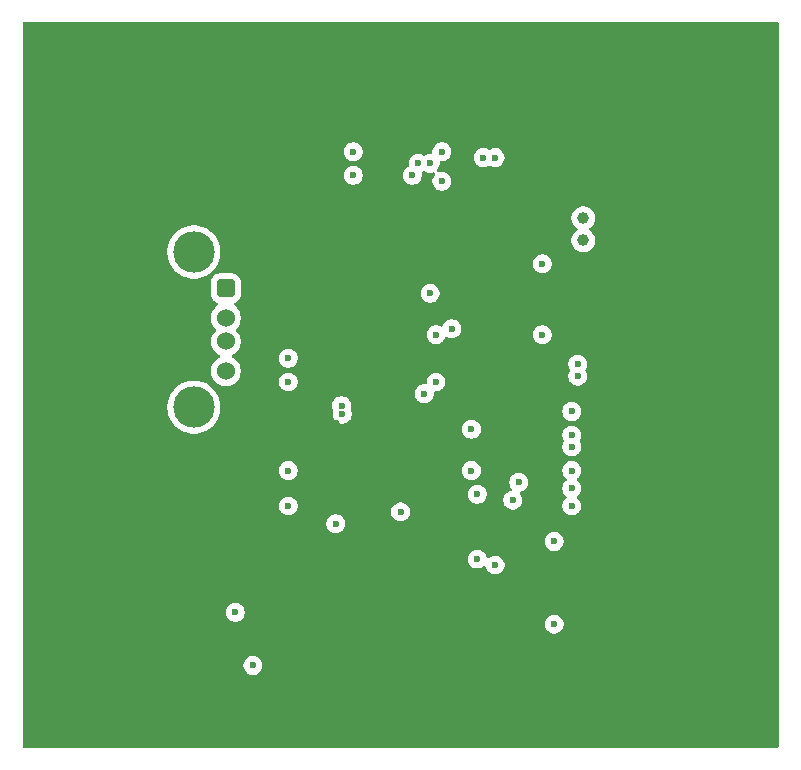
<source format=gbr>
%TF.GenerationSoftware,KiCad,Pcbnew,9.0.4*%
%TF.CreationDate,2025-10-12T20:17:52-04:00*%
%TF.ProjectId,Camera_PCB,43616d65-7261-45f5-9043-422e6b696361,rev?*%
%TF.SameCoordinates,Original*%
%TF.FileFunction,Copper,L5,Inr*%
%TF.FilePolarity,Positive*%
%FSLAX46Y46*%
G04 Gerber Fmt 4.6, Leading zero omitted, Abs format (unit mm)*
G04 Created by KiCad (PCBNEW 9.0.4) date 2025-10-12 20:17:52*
%MOMM*%
%LPD*%
G01*
G04 APERTURE LIST*
G04 Aperture macros list*
%AMRoundRect*
0 Rectangle with rounded corners*
0 $1 Rounding radius*
0 $2 $3 $4 $5 $6 $7 $8 $9 X,Y pos of 4 corners*
0 Add a 4 corners polygon primitive as box body*
4,1,4,$2,$3,$4,$5,$6,$7,$8,$9,$2,$3,0*
0 Add four circle primitives for the rounded corners*
1,1,$1+$1,$2,$3*
1,1,$1+$1,$4,$5*
1,1,$1+$1,$6,$7*
1,1,$1+$1,$8,$9*
0 Add four rect primitives between the rounded corners*
20,1,$1+$1,$2,$3,$4,$5,0*
20,1,$1+$1,$4,$5,$6,$7,0*
20,1,$1+$1,$6,$7,$8,$9,0*
20,1,$1+$1,$8,$9,$2,$3,0*%
G04 Aperture macros list end*
%TA.AperFunction,ComponentPad*%
%ADD10RoundRect,0.250000X-0.512000X0.512000X-0.512000X-0.512000X0.512000X-0.512000X0.512000X0.512000X0*%
%TD*%
%TA.AperFunction,ComponentPad*%
%ADD11C,1.524000*%
%TD*%
%TA.AperFunction,ComponentPad*%
%ADD12C,3.500000*%
%TD*%
%TA.AperFunction,ComponentPad*%
%ADD13C,1.000000*%
%TD*%
%TA.AperFunction,ViaPad*%
%ADD14C,0.600000*%
%TD*%
G04 APERTURE END LIST*
D10*
%TO.N,+5V*%
%TO.C,J2*%
X132710000Y-93570000D03*
D11*
%TO.N,USB_N*%
X132710000Y-96070000D03*
%TO.N,USB_P*%
X132710000Y-98070000D03*
%TO.N,GNDREF*%
X132710000Y-100570000D03*
D12*
X130000000Y-90500000D03*
X130000000Y-103640000D03*
%TD*%
D13*
%TO.N,X32KIN*%
%TO.C,Y2*%
X162960000Y-89520000D03*
%TO.N,X32KOUT*%
X162960000Y-87620000D03*
%TD*%
D14*
%TO.N,GNDREF*%
X151000000Y-84500000D03*
%TO.N,SDC0_D0*%
X154500000Y-82500000D03*
%TO.N,X24MOUT*%
X160500000Y-115000000D03*
X160500000Y-122000000D03*
%TO.N,SDC0_CMD*%
X150000000Y-94000000D03*
X150000000Y-83000000D03*
%TO.N,VDD*%
X151000000Y-82000000D03*
X143500000Y-82000000D03*
%TO.N,SDC0_D1*%
X149500000Y-102500000D03*
X155500000Y-82500000D03*
%TO.N,X32KOUT*%
X159500000Y-91500000D03*
X159500000Y-97500000D03*
%TO.N,SDC0_D3*%
X149000000Y-83000000D03*
X151819500Y-97000000D03*
%TO.N,SDC0_D0*%
X150500000Y-101500000D03*
%TO.N,SVREF*%
X154000000Y-111000000D03*
X135000000Y-125500000D03*
X154000000Y-116500000D03*
%TO.N,GNDREF*%
X143500000Y-84000000D03*
%TO.N,HPVCC*%
X147500000Y-112500000D03*
X138000000Y-99500000D03*
X138000000Y-109000000D03*
X142000000Y-113500000D03*
X138000000Y-101500000D03*
X138000000Y-112000000D03*
X153500000Y-105500000D03*
X157500000Y-110000000D03*
%TO.N,VDD-CPU*%
X136000000Y-121500000D03*
X152596836Y-118096836D03*
X149500000Y-97500000D03*
X142000000Y-97500000D03*
X136000000Y-124000000D03*
X154000000Y-117500000D03*
X142000000Y-105000000D03*
%TO.N,MCSI_D1_N*%
X162000000Y-107000000D03*
X162000000Y-109000000D03*
%TO.N,MCSI_D0_N*%
X162000000Y-110500000D03*
X162000000Y-112000000D03*
%TO.N,SZQ*%
X157000000Y-111500000D03*
X133500000Y-121000000D03*
%TO.N,SDC0_CLK*%
X148500000Y-84000000D03*
X150500000Y-97500000D03*
%TO.N,CSI-SCK*%
X142565267Y-104224067D03*
X162500000Y-101000000D03*
%TO.N,MCSI_CK_N*%
X162000000Y-106000000D03*
X162000000Y-104000000D03*
%TO.N,CSI_SDA*%
X142500000Y-103500000D03*
X162500000Y-100000000D03*
%TO.N,VCC-PLL*%
X153500000Y-109000000D03*
X155500000Y-117000000D03*
%TD*%
%TA.AperFunction,Conductor*%
%TO.N,VDD-CPU*%
G36*
X179443039Y-71019685D02*
G01*
X179488794Y-71072489D01*
X179500000Y-71124000D01*
X179500000Y-132376000D01*
X179480315Y-132443039D01*
X179427511Y-132488794D01*
X179376000Y-132500000D01*
X115624000Y-132500000D01*
X115556961Y-132480315D01*
X115511206Y-132427511D01*
X115500000Y-132376000D01*
X115500000Y-125421153D01*
X134199500Y-125421153D01*
X134199500Y-125578846D01*
X134230261Y-125733489D01*
X134230264Y-125733501D01*
X134290602Y-125879172D01*
X134290609Y-125879185D01*
X134378210Y-126010288D01*
X134378213Y-126010292D01*
X134489707Y-126121786D01*
X134489711Y-126121789D01*
X134620814Y-126209390D01*
X134620827Y-126209397D01*
X134766498Y-126269735D01*
X134766503Y-126269737D01*
X134921153Y-126300499D01*
X134921156Y-126300500D01*
X134921158Y-126300500D01*
X135078844Y-126300500D01*
X135078845Y-126300499D01*
X135233497Y-126269737D01*
X135379179Y-126209394D01*
X135510289Y-126121789D01*
X135621789Y-126010289D01*
X135709394Y-125879179D01*
X135769737Y-125733497D01*
X135800500Y-125578842D01*
X135800500Y-125421158D01*
X135800500Y-125421155D01*
X135800499Y-125421153D01*
X135769738Y-125266510D01*
X135769737Y-125266503D01*
X135769735Y-125266498D01*
X135709397Y-125120827D01*
X135709390Y-125120814D01*
X135621789Y-124989711D01*
X135621786Y-124989707D01*
X135510292Y-124878213D01*
X135510288Y-124878210D01*
X135379185Y-124790609D01*
X135379172Y-124790602D01*
X135233501Y-124730264D01*
X135233489Y-124730261D01*
X135078845Y-124699500D01*
X135078842Y-124699500D01*
X134921158Y-124699500D01*
X134921155Y-124699500D01*
X134766510Y-124730261D01*
X134766498Y-124730264D01*
X134620827Y-124790602D01*
X134620814Y-124790609D01*
X134489711Y-124878210D01*
X134489707Y-124878213D01*
X134378213Y-124989707D01*
X134378210Y-124989711D01*
X134290609Y-125120814D01*
X134290602Y-125120827D01*
X134230264Y-125266498D01*
X134230261Y-125266510D01*
X134199500Y-125421153D01*
X115500000Y-125421153D01*
X115500000Y-121921153D01*
X159699500Y-121921153D01*
X159699500Y-122078846D01*
X159730261Y-122233489D01*
X159730264Y-122233501D01*
X159790602Y-122379172D01*
X159790609Y-122379185D01*
X159878210Y-122510288D01*
X159878213Y-122510292D01*
X159989707Y-122621786D01*
X159989711Y-122621789D01*
X160120814Y-122709390D01*
X160120827Y-122709397D01*
X160266498Y-122769735D01*
X160266503Y-122769737D01*
X160421153Y-122800499D01*
X160421156Y-122800500D01*
X160421158Y-122800500D01*
X160578844Y-122800500D01*
X160578845Y-122800499D01*
X160733497Y-122769737D01*
X160879179Y-122709394D01*
X161010289Y-122621789D01*
X161121789Y-122510289D01*
X161209394Y-122379179D01*
X161269737Y-122233497D01*
X161300500Y-122078842D01*
X161300500Y-121921158D01*
X161300500Y-121921155D01*
X161300499Y-121921153D01*
X161269738Y-121766510D01*
X161269737Y-121766503D01*
X161209794Y-121621786D01*
X161209397Y-121620827D01*
X161209390Y-121620814D01*
X161121789Y-121489711D01*
X161121786Y-121489707D01*
X161010292Y-121378213D01*
X161010288Y-121378210D01*
X160879185Y-121290609D01*
X160879172Y-121290602D01*
X160733501Y-121230264D01*
X160733489Y-121230261D01*
X160578845Y-121199500D01*
X160578842Y-121199500D01*
X160421158Y-121199500D01*
X160421155Y-121199500D01*
X160266510Y-121230261D01*
X160266498Y-121230264D01*
X160120827Y-121290602D01*
X160120814Y-121290609D01*
X159989711Y-121378210D01*
X159989707Y-121378213D01*
X159878213Y-121489707D01*
X159878210Y-121489711D01*
X159790609Y-121620814D01*
X159790602Y-121620827D01*
X159730264Y-121766498D01*
X159730261Y-121766510D01*
X159699500Y-121921153D01*
X115500000Y-121921153D01*
X115500000Y-120921153D01*
X132699500Y-120921153D01*
X132699500Y-121078846D01*
X132730261Y-121233489D01*
X132730264Y-121233501D01*
X132790602Y-121379172D01*
X132790609Y-121379185D01*
X132878210Y-121510288D01*
X132878213Y-121510292D01*
X132989707Y-121621786D01*
X132989711Y-121621789D01*
X133120814Y-121709390D01*
X133120827Y-121709397D01*
X133258683Y-121766498D01*
X133266503Y-121769737D01*
X133421153Y-121800499D01*
X133421156Y-121800500D01*
X133421158Y-121800500D01*
X133578844Y-121800500D01*
X133578845Y-121800499D01*
X133589179Y-121798443D01*
X133614287Y-121793450D01*
X133614292Y-121793449D01*
X133699800Y-121776439D01*
X133733497Y-121769737D01*
X133879179Y-121709394D01*
X134010289Y-121621789D01*
X134121789Y-121510289D01*
X134209394Y-121379179D01*
X134269737Y-121233497D01*
X134300500Y-121078842D01*
X134300500Y-120921158D01*
X134300500Y-120921155D01*
X134300499Y-120921153D01*
X134269738Y-120766510D01*
X134269737Y-120766503D01*
X134269735Y-120766498D01*
X134209397Y-120620827D01*
X134209390Y-120620814D01*
X134121789Y-120489711D01*
X134121786Y-120489707D01*
X134010292Y-120378213D01*
X134010288Y-120378210D01*
X133879185Y-120290609D01*
X133879172Y-120290602D01*
X133733501Y-120230264D01*
X133733489Y-120230261D01*
X133578845Y-120199500D01*
X133578842Y-120199500D01*
X133421158Y-120199500D01*
X133421155Y-120199500D01*
X133266510Y-120230261D01*
X133266498Y-120230264D01*
X133120827Y-120290602D01*
X133120814Y-120290609D01*
X132989711Y-120378210D01*
X132989707Y-120378213D01*
X132878213Y-120489707D01*
X132878210Y-120489711D01*
X132790609Y-120620814D01*
X132790602Y-120620827D01*
X132730264Y-120766498D01*
X132730261Y-120766510D01*
X132699500Y-120921153D01*
X115500000Y-120921153D01*
X115500000Y-116421153D01*
X153199500Y-116421153D01*
X153199500Y-116578846D01*
X153230261Y-116733489D01*
X153230264Y-116733501D01*
X153290602Y-116879172D01*
X153290609Y-116879185D01*
X153378210Y-117010288D01*
X153378213Y-117010292D01*
X153489707Y-117121786D01*
X153489711Y-117121789D01*
X153620814Y-117209390D01*
X153620827Y-117209397D01*
X153766498Y-117269735D01*
X153766503Y-117269737D01*
X153921153Y-117300499D01*
X153921156Y-117300500D01*
X153921158Y-117300500D01*
X154078844Y-117300500D01*
X154078845Y-117300499D01*
X154233497Y-117269737D01*
X154379179Y-117209394D01*
X154510289Y-117121789D01*
X154511186Y-117120891D01*
X154511773Y-117120571D01*
X154514999Y-117117924D01*
X154515500Y-117118535D01*
X154572504Y-117087402D01*
X154642196Y-117092380D01*
X154698134Y-117134246D01*
X154720491Y-117184374D01*
X154730261Y-117233491D01*
X154730264Y-117233501D01*
X154790602Y-117379172D01*
X154790609Y-117379185D01*
X154878210Y-117510288D01*
X154878213Y-117510292D01*
X154989707Y-117621786D01*
X154989711Y-117621789D01*
X155120814Y-117709390D01*
X155120827Y-117709397D01*
X155266498Y-117769735D01*
X155266503Y-117769737D01*
X155421153Y-117800499D01*
X155421156Y-117800500D01*
X155421158Y-117800500D01*
X155578844Y-117800500D01*
X155578845Y-117800499D01*
X155733497Y-117769737D01*
X155879179Y-117709394D01*
X156010289Y-117621789D01*
X156121789Y-117510289D01*
X156209394Y-117379179D01*
X156269737Y-117233497D01*
X156300500Y-117078842D01*
X156300500Y-116921158D01*
X156300500Y-116921155D01*
X156300499Y-116921153D01*
X156269738Y-116766510D01*
X156269737Y-116766503D01*
X156256062Y-116733489D01*
X156209397Y-116620827D01*
X156209390Y-116620814D01*
X156121789Y-116489711D01*
X156121786Y-116489707D01*
X156010292Y-116378213D01*
X156010288Y-116378210D01*
X155879185Y-116290609D01*
X155879172Y-116290602D01*
X155733501Y-116230264D01*
X155733489Y-116230261D01*
X155578845Y-116199500D01*
X155578842Y-116199500D01*
X155421158Y-116199500D01*
X155421155Y-116199500D01*
X155266510Y-116230261D01*
X155266498Y-116230264D01*
X155120827Y-116290602D01*
X155120814Y-116290609D01*
X154989711Y-116378210D01*
X154989708Y-116378212D01*
X154988798Y-116379123D01*
X154988204Y-116379446D01*
X154985001Y-116382076D01*
X154984502Y-116381468D01*
X154927471Y-116412602D01*
X154857780Y-116407611D01*
X154801851Y-116365734D01*
X154779508Y-116315624D01*
X154769738Y-116266509D01*
X154769737Y-116266503D01*
X154769735Y-116266498D01*
X154709397Y-116120827D01*
X154709390Y-116120814D01*
X154621789Y-115989711D01*
X154621786Y-115989707D01*
X154510292Y-115878213D01*
X154510288Y-115878210D01*
X154379185Y-115790609D01*
X154379172Y-115790602D01*
X154233501Y-115730264D01*
X154233489Y-115730261D01*
X154078845Y-115699500D01*
X154078842Y-115699500D01*
X153921158Y-115699500D01*
X153921155Y-115699500D01*
X153766510Y-115730261D01*
X153766498Y-115730264D01*
X153620827Y-115790602D01*
X153620814Y-115790609D01*
X153489711Y-115878210D01*
X153489707Y-115878213D01*
X153378213Y-115989707D01*
X153378210Y-115989711D01*
X153290609Y-116120814D01*
X153290602Y-116120827D01*
X153230264Y-116266498D01*
X153230261Y-116266510D01*
X153199500Y-116421153D01*
X115500000Y-116421153D01*
X115500000Y-114921153D01*
X159699500Y-114921153D01*
X159699500Y-115078846D01*
X159730261Y-115233489D01*
X159730264Y-115233501D01*
X159790602Y-115379172D01*
X159790609Y-115379185D01*
X159878210Y-115510288D01*
X159878213Y-115510292D01*
X159989707Y-115621786D01*
X159989711Y-115621789D01*
X160120814Y-115709390D01*
X160120827Y-115709397D01*
X160266498Y-115769735D01*
X160266503Y-115769737D01*
X160421153Y-115800499D01*
X160421156Y-115800500D01*
X160421158Y-115800500D01*
X160578844Y-115800500D01*
X160578845Y-115800499D01*
X160733497Y-115769737D01*
X160879179Y-115709394D01*
X161010289Y-115621789D01*
X161121789Y-115510289D01*
X161209394Y-115379179D01*
X161269737Y-115233497D01*
X161300500Y-115078842D01*
X161300500Y-114921158D01*
X161300500Y-114921155D01*
X161300499Y-114921153D01*
X161269738Y-114766510D01*
X161269737Y-114766503D01*
X161269735Y-114766498D01*
X161209397Y-114620827D01*
X161209390Y-114620814D01*
X161121789Y-114489711D01*
X161121786Y-114489707D01*
X161010292Y-114378213D01*
X161010288Y-114378210D01*
X160879185Y-114290609D01*
X160879172Y-114290602D01*
X160733501Y-114230264D01*
X160733489Y-114230261D01*
X160578845Y-114199500D01*
X160578842Y-114199500D01*
X160421158Y-114199500D01*
X160421155Y-114199500D01*
X160266510Y-114230261D01*
X160266498Y-114230264D01*
X160120827Y-114290602D01*
X160120814Y-114290609D01*
X159989711Y-114378210D01*
X159989707Y-114378213D01*
X159878213Y-114489707D01*
X159878210Y-114489711D01*
X159790609Y-114620814D01*
X159790602Y-114620827D01*
X159730264Y-114766498D01*
X159730261Y-114766510D01*
X159699500Y-114921153D01*
X115500000Y-114921153D01*
X115500000Y-113421153D01*
X141199500Y-113421153D01*
X141199500Y-113578846D01*
X141230261Y-113733489D01*
X141230264Y-113733501D01*
X141290602Y-113879172D01*
X141290609Y-113879185D01*
X141378210Y-114010288D01*
X141378213Y-114010292D01*
X141489707Y-114121786D01*
X141489711Y-114121789D01*
X141620814Y-114209390D01*
X141620827Y-114209397D01*
X141766498Y-114269735D01*
X141766503Y-114269737D01*
X141921153Y-114300499D01*
X141921156Y-114300500D01*
X141921158Y-114300500D01*
X142078844Y-114300500D01*
X142078845Y-114300499D01*
X142233497Y-114269737D01*
X142379179Y-114209394D01*
X142510289Y-114121789D01*
X142621789Y-114010289D01*
X142709394Y-113879179D01*
X142769737Y-113733497D01*
X142800500Y-113578842D01*
X142800500Y-113421158D01*
X142800500Y-113421155D01*
X142800499Y-113421153D01*
X142769738Y-113266510D01*
X142769737Y-113266503D01*
X142709794Y-113121786D01*
X142709397Y-113120827D01*
X142709390Y-113120814D01*
X142621789Y-112989711D01*
X142621786Y-112989707D01*
X142510292Y-112878213D01*
X142510288Y-112878210D01*
X142379185Y-112790609D01*
X142379172Y-112790602D01*
X142233501Y-112730264D01*
X142233489Y-112730261D01*
X142078845Y-112699500D01*
X142078842Y-112699500D01*
X141921158Y-112699500D01*
X141921155Y-112699500D01*
X141766510Y-112730261D01*
X141766498Y-112730264D01*
X141620827Y-112790602D01*
X141620814Y-112790609D01*
X141489711Y-112878210D01*
X141489707Y-112878213D01*
X141378213Y-112989707D01*
X141378210Y-112989711D01*
X141290609Y-113120814D01*
X141290602Y-113120827D01*
X141230264Y-113266498D01*
X141230261Y-113266510D01*
X141199500Y-113421153D01*
X115500000Y-113421153D01*
X115500000Y-111921153D01*
X137199500Y-111921153D01*
X137199500Y-112078846D01*
X137230261Y-112233489D01*
X137230264Y-112233501D01*
X137290602Y-112379172D01*
X137290609Y-112379185D01*
X137378210Y-112510288D01*
X137378213Y-112510292D01*
X137489707Y-112621786D01*
X137489711Y-112621789D01*
X137620814Y-112709390D01*
X137620827Y-112709397D01*
X137766498Y-112769735D01*
X137766503Y-112769737D01*
X137921153Y-112800499D01*
X137921156Y-112800500D01*
X137921158Y-112800500D01*
X138078844Y-112800500D01*
X138078845Y-112800499D01*
X138233497Y-112769737D01*
X138379179Y-112709394D01*
X138510289Y-112621789D01*
X138621789Y-112510289D01*
X138681348Y-112421153D01*
X146699500Y-112421153D01*
X146699500Y-112578846D01*
X146730261Y-112733489D01*
X146730264Y-112733501D01*
X146790602Y-112879172D01*
X146790609Y-112879185D01*
X146878210Y-113010288D01*
X146878213Y-113010292D01*
X146989707Y-113121786D01*
X146989711Y-113121789D01*
X147120814Y-113209390D01*
X147120827Y-113209397D01*
X147258683Y-113266498D01*
X147266503Y-113269737D01*
X147421153Y-113300499D01*
X147421156Y-113300500D01*
X147421158Y-113300500D01*
X147578844Y-113300500D01*
X147578845Y-113300499D01*
X147733497Y-113269737D01*
X147879179Y-113209394D01*
X148010289Y-113121789D01*
X148121789Y-113010289D01*
X148209394Y-112879179D01*
X148269737Y-112733497D01*
X148300500Y-112578842D01*
X148300500Y-112421158D01*
X148300500Y-112421155D01*
X148300499Y-112421153D01*
X148269738Y-112266510D01*
X148269737Y-112266503D01*
X148209794Y-112121786D01*
X148209397Y-112120827D01*
X148209390Y-112120814D01*
X148121789Y-111989711D01*
X148121786Y-111989707D01*
X148010292Y-111878213D01*
X148010288Y-111878210D01*
X147879185Y-111790609D01*
X147879172Y-111790602D01*
X147733501Y-111730264D01*
X147733489Y-111730261D01*
X147578845Y-111699500D01*
X147578842Y-111699500D01*
X147421158Y-111699500D01*
X147421155Y-111699500D01*
X147266510Y-111730261D01*
X147266498Y-111730264D01*
X147120827Y-111790602D01*
X147120814Y-111790609D01*
X146989711Y-111878210D01*
X146989707Y-111878213D01*
X146878213Y-111989707D01*
X146878210Y-111989711D01*
X146790609Y-112120814D01*
X146790602Y-112120827D01*
X146730264Y-112266498D01*
X146730261Y-112266510D01*
X146699500Y-112421153D01*
X138681348Y-112421153D01*
X138709394Y-112379179D01*
X138769737Y-112233497D01*
X138800500Y-112078842D01*
X138800500Y-111921158D01*
X138800500Y-111921155D01*
X138800499Y-111921153D01*
X138774531Y-111790606D01*
X138769737Y-111766503D01*
X138756062Y-111733489D01*
X138709397Y-111620827D01*
X138709390Y-111620814D01*
X138621789Y-111489711D01*
X138621786Y-111489707D01*
X138510292Y-111378213D01*
X138510288Y-111378210D01*
X138379185Y-111290609D01*
X138379172Y-111290602D01*
X138233501Y-111230264D01*
X138233489Y-111230261D01*
X138078845Y-111199500D01*
X138078842Y-111199500D01*
X137921158Y-111199500D01*
X137921155Y-111199500D01*
X137766510Y-111230261D01*
X137766498Y-111230264D01*
X137620827Y-111290602D01*
X137620814Y-111290609D01*
X137489711Y-111378210D01*
X137489707Y-111378213D01*
X137378213Y-111489707D01*
X137378210Y-111489711D01*
X137290609Y-111620814D01*
X137290602Y-111620827D01*
X137230264Y-111766498D01*
X137230261Y-111766510D01*
X137199500Y-111921153D01*
X115500000Y-111921153D01*
X115500000Y-110921153D01*
X153199500Y-110921153D01*
X153199500Y-111078846D01*
X153230261Y-111233489D01*
X153230264Y-111233501D01*
X153290602Y-111379172D01*
X153290609Y-111379185D01*
X153378210Y-111510288D01*
X153378213Y-111510292D01*
X153489707Y-111621786D01*
X153489711Y-111621789D01*
X153620814Y-111709390D01*
X153620827Y-111709397D01*
X153758683Y-111766498D01*
X153766503Y-111769737D01*
X153921153Y-111800499D01*
X153921156Y-111800500D01*
X153921158Y-111800500D01*
X154078844Y-111800500D01*
X154078845Y-111800499D01*
X154233497Y-111769737D01*
X154379179Y-111709394D01*
X154510289Y-111621789D01*
X154621789Y-111510289D01*
X154681348Y-111421153D01*
X156199500Y-111421153D01*
X156199500Y-111578846D01*
X156230261Y-111733489D01*
X156230264Y-111733501D01*
X156290602Y-111879172D01*
X156290609Y-111879185D01*
X156378210Y-112010288D01*
X156378213Y-112010292D01*
X156489707Y-112121786D01*
X156489711Y-112121789D01*
X156620814Y-112209390D01*
X156620827Y-112209397D01*
X156758683Y-112266498D01*
X156766503Y-112269737D01*
X156921153Y-112300499D01*
X156921156Y-112300500D01*
X156921158Y-112300500D01*
X157078844Y-112300500D01*
X157078845Y-112300499D01*
X157233497Y-112269737D01*
X157379179Y-112209394D01*
X157510289Y-112121789D01*
X157621789Y-112010289D01*
X157709394Y-111879179D01*
X157769737Y-111733497D01*
X157800500Y-111578842D01*
X157800500Y-111421158D01*
X157800500Y-111421155D01*
X157800499Y-111421153D01*
X157782937Y-111332863D01*
X157769737Y-111266503D01*
X157756062Y-111233489D01*
X157709397Y-111120827D01*
X157709390Y-111120814D01*
X157621789Y-110989711D01*
X157621786Y-110989707D01*
X157620885Y-110988806D01*
X157620563Y-110988217D01*
X157617924Y-110985001D01*
X157618533Y-110984500D01*
X157587400Y-110927483D01*
X157592384Y-110857791D01*
X157634256Y-110801858D01*
X157684372Y-110779508D01*
X157733497Y-110769737D01*
X157879179Y-110709394D01*
X158010289Y-110621789D01*
X158121789Y-110510289D01*
X158209394Y-110379179D01*
X158269737Y-110233497D01*
X158300500Y-110078842D01*
X158300500Y-109921158D01*
X158300500Y-109921155D01*
X158300499Y-109921153D01*
X158276499Y-109800499D01*
X158269737Y-109766503D01*
X158262901Y-109750000D01*
X158209397Y-109620827D01*
X158209390Y-109620814D01*
X158121789Y-109489711D01*
X158121786Y-109489707D01*
X158010292Y-109378213D01*
X158010288Y-109378210D01*
X157879185Y-109290609D01*
X157879172Y-109290602D01*
X157733501Y-109230264D01*
X157733489Y-109230261D01*
X157578845Y-109199500D01*
X157578842Y-109199500D01*
X157421158Y-109199500D01*
X157421155Y-109199500D01*
X157266510Y-109230261D01*
X157266498Y-109230264D01*
X157120827Y-109290602D01*
X157120814Y-109290609D01*
X156989711Y-109378210D01*
X156989707Y-109378213D01*
X156878213Y-109489707D01*
X156878210Y-109489711D01*
X156790609Y-109620814D01*
X156790602Y-109620827D01*
X156730264Y-109766498D01*
X156730261Y-109766510D01*
X156699500Y-109921153D01*
X156699500Y-110078846D01*
X156730261Y-110233489D01*
X156730264Y-110233501D01*
X156790602Y-110379172D01*
X156790609Y-110379185D01*
X156878210Y-110510288D01*
X156878213Y-110510292D01*
X156879114Y-110511193D01*
X156879435Y-110511780D01*
X156882076Y-110514999D01*
X156881465Y-110515499D01*
X156912599Y-110572516D01*
X156907615Y-110642208D01*
X156865743Y-110698141D01*
X156815626Y-110720491D01*
X156766507Y-110730261D01*
X156766498Y-110730264D01*
X156620827Y-110790602D01*
X156620814Y-110790609D01*
X156489711Y-110878210D01*
X156489707Y-110878213D01*
X156378213Y-110989707D01*
X156378210Y-110989711D01*
X156290609Y-111120814D01*
X156290602Y-111120827D01*
X156230264Y-111266498D01*
X156230261Y-111266510D01*
X156199500Y-111421153D01*
X154681348Y-111421153D01*
X154709394Y-111379179D01*
X154769737Y-111233497D01*
X154800500Y-111078842D01*
X154800500Y-110921158D01*
X154800500Y-110921155D01*
X154800499Y-110921153D01*
X154787895Y-110857791D01*
X154769737Y-110766503D01*
X154756062Y-110733489D01*
X154709397Y-110620827D01*
X154709390Y-110620814D01*
X154621789Y-110489711D01*
X154621786Y-110489707D01*
X154510292Y-110378213D01*
X154510288Y-110378210D01*
X154379185Y-110290609D01*
X154379172Y-110290602D01*
X154233501Y-110230264D01*
X154233489Y-110230261D01*
X154078845Y-110199500D01*
X154078842Y-110199500D01*
X153921158Y-110199500D01*
X153921155Y-110199500D01*
X153766510Y-110230261D01*
X153766498Y-110230264D01*
X153620827Y-110290602D01*
X153620814Y-110290609D01*
X153489711Y-110378210D01*
X153489707Y-110378213D01*
X153378213Y-110489707D01*
X153378210Y-110489711D01*
X153290609Y-110620814D01*
X153290602Y-110620827D01*
X153230264Y-110766498D01*
X153230261Y-110766510D01*
X153199500Y-110921153D01*
X115500000Y-110921153D01*
X115500000Y-108921153D01*
X137199500Y-108921153D01*
X137199500Y-109078846D01*
X137230261Y-109233489D01*
X137230264Y-109233501D01*
X137290602Y-109379172D01*
X137290609Y-109379185D01*
X137378210Y-109510288D01*
X137378213Y-109510292D01*
X137489707Y-109621786D01*
X137489711Y-109621789D01*
X137620814Y-109709390D01*
X137620827Y-109709397D01*
X137718853Y-109750000D01*
X137766503Y-109769737D01*
X137921153Y-109800499D01*
X137921156Y-109800500D01*
X137921158Y-109800500D01*
X138078844Y-109800500D01*
X138078845Y-109800499D01*
X138233497Y-109769737D01*
X138379179Y-109709394D01*
X138510289Y-109621789D01*
X138621789Y-109510289D01*
X138709394Y-109379179D01*
X138769737Y-109233497D01*
X138800500Y-109078842D01*
X138800500Y-108921158D01*
X138800500Y-108921155D01*
X138800499Y-108921153D01*
X152699500Y-108921153D01*
X152699500Y-109078846D01*
X152730261Y-109233489D01*
X152730264Y-109233501D01*
X152790602Y-109379172D01*
X152790609Y-109379185D01*
X152878210Y-109510288D01*
X152878213Y-109510292D01*
X152989707Y-109621786D01*
X152989711Y-109621789D01*
X153120814Y-109709390D01*
X153120827Y-109709397D01*
X153218853Y-109750000D01*
X153266503Y-109769737D01*
X153421153Y-109800499D01*
X153421156Y-109800500D01*
X153421158Y-109800500D01*
X153578844Y-109800500D01*
X153578845Y-109800499D01*
X153733497Y-109769737D01*
X153879179Y-109709394D01*
X154010289Y-109621789D01*
X154121789Y-109510289D01*
X154209394Y-109379179D01*
X154269737Y-109233497D01*
X154300500Y-109078842D01*
X154300500Y-108921158D01*
X154300500Y-108921155D01*
X154300499Y-108921153D01*
X161199500Y-108921153D01*
X161199500Y-109078846D01*
X161230261Y-109233489D01*
X161230264Y-109233501D01*
X161290602Y-109379172D01*
X161290609Y-109379185D01*
X161378210Y-109510288D01*
X161378213Y-109510292D01*
X161489707Y-109621786D01*
X161489710Y-109621788D01*
X161489711Y-109621789D01*
X161515219Y-109638833D01*
X161527289Y-109646898D01*
X161572093Y-109700511D01*
X161580800Y-109769836D01*
X161550645Y-109832863D01*
X161527289Y-109853102D01*
X161489707Y-109878213D01*
X161378213Y-109989707D01*
X161378210Y-109989711D01*
X161290609Y-110120814D01*
X161290602Y-110120827D01*
X161230264Y-110266498D01*
X161230261Y-110266510D01*
X161199500Y-110421153D01*
X161199500Y-110578846D01*
X161230261Y-110733489D01*
X161230264Y-110733501D01*
X161290602Y-110879172D01*
X161290609Y-110879185D01*
X161378210Y-111010288D01*
X161378213Y-111010292D01*
X161489707Y-111121786D01*
X161489710Y-111121788D01*
X161489711Y-111121789D01*
X161515219Y-111138833D01*
X161527289Y-111146898D01*
X161572093Y-111200511D01*
X161580800Y-111269836D01*
X161550645Y-111332863D01*
X161527289Y-111353102D01*
X161489707Y-111378213D01*
X161378213Y-111489707D01*
X161378210Y-111489711D01*
X161290609Y-111620814D01*
X161290602Y-111620827D01*
X161230264Y-111766498D01*
X161230261Y-111766510D01*
X161199500Y-111921153D01*
X161199500Y-112078846D01*
X161230261Y-112233489D01*
X161230264Y-112233501D01*
X161290602Y-112379172D01*
X161290609Y-112379185D01*
X161378210Y-112510288D01*
X161378213Y-112510292D01*
X161489707Y-112621786D01*
X161489711Y-112621789D01*
X161620814Y-112709390D01*
X161620827Y-112709397D01*
X161766498Y-112769735D01*
X161766503Y-112769737D01*
X161921153Y-112800499D01*
X161921156Y-112800500D01*
X161921158Y-112800500D01*
X162078844Y-112800500D01*
X162078845Y-112800499D01*
X162233497Y-112769737D01*
X162379179Y-112709394D01*
X162510289Y-112621789D01*
X162621789Y-112510289D01*
X162709394Y-112379179D01*
X162769737Y-112233497D01*
X162800500Y-112078842D01*
X162800500Y-111921158D01*
X162800500Y-111921155D01*
X162800499Y-111921153D01*
X162774531Y-111790606D01*
X162769737Y-111766503D01*
X162756062Y-111733489D01*
X162709397Y-111620827D01*
X162709390Y-111620814D01*
X162621789Y-111489711D01*
X162621786Y-111489707D01*
X162510292Y-111378213D01*
X162510284Y-111378207D01*
X162472712Y-111353102D01*
X162427906Y-111299490D01*
X162419199Y-111230165D01*
X162449353Y-111167138D01*
X162472712Y-111146898D01*
X162499279Y-111129145D01*
X162510289Y-111121789D01*
X162621789Y-111010289D01*
X162709394Y-110879179D01*
X162769737Y-110733497D01*
X162800500Y-110578842D01*
X162800500Y-110421158D01*
X162800500Y-110421155D01*
X162800499Y-110421153D01*
X162774531Y-110290606D01*
X162769737Y-110266503D01*
X162756062Y-110233489D01*
X162709397Y-110120827D01*
X162709390Y-110120814D01*
X162621789Y-109989711D01*
X162621786Y-109989707D01*
X162510292Y-109878213D01*
X162510284Y-109878207D01*
X162472712Y-109853102D01*
X162427906Y-109799490D01*
X162419199Y-109730165D01*
X162449353Y-109667138D01*
X162472712Y-109646898D01*
X162499279Y-109629145D01*
X162510289Y-109621789D01*
X162621789Y-109510289D01*
X162709394Y-109379179D01*
X162769737Y-109233497D01*
X162800500Y-109078842D01*
X162800500Y-108921158D01*
X162800500Y-108921155D01*
X162800499Y-108921153D01*
X162769738Y-108766510D01*
X162769737Y-108766503D01*
X162769735Y-108766498D01*
X162709397Y-108620827D01*
X162709390Y-108620814D01*
X162621789Y-108489711D01*
X162621786Y-108489707D01*
X162510292Y-108378213D01*
X162510288Y-108378210D01*
X162379185Y-108290609D01*
X162379172Y-108290602D01*
X162233501Y-108230264D01*
X162233489Y-108230261D01*
X162078845Y-108199500D01*
X162078842Y-108199500D01*
X161921158Y-108199500D01*
X161921155Y-108199500D01*
X161766510Y-108230261D01*
X161766498Y-108230264D01*
X161620827Y-108290602D01*
X161620814Y-108290609D01*
X161489711Y-108378210D01*
X161489707Y-108378213D01*
X161378213Y-108489707D01*
X161378210Y-108489711D01*
X161290609Y-108620814D01*
X161290602Y-108620827D01*
X161230264Y-108766498D01*
X161230261Y-108766510D01*
X161199500Y-108921153D01*
X154300499Y-108921153D01*
X154269738Y-108766510D01*
X154269737Y-108766503D01*
X154269735Y-108766498D01*
X154209397Y-108620827D01*
X154209390Y-108620814D01*
X154121789Y-108489711D01*
X154121786Y-108489707D01*
X154010292Y-108378213D01*
X154010288Y-108378210D01*
X153879185Y-108290609D01*
X153879172Y-108290602D01*
X153733501Y-108230264D01*
X153733489Y-108230261D01*
X153578845Y-108199500D01*
X153578842Y-108199500D01*
X153421158Y-108199500D01*
X153421155Y-108199500D01*
X153266510Y-108230261D01*
X153266498Y-108230264D01*
X153120827Y-108290602D01*
X153120814Y-108290609D01*
X152989711Y-108378210D01*
X152989707Y-108378213D01*
X152878213Y-108489707D01*
X152878210Y-108489711D01*
X152790609Y-108620814D01*
X152790602Y-108620827D01*
X152730264Y-108766498D01*
X152730261Y-108766510D01*
X152699500Y-108921153D01*
X138800499Y-108921153D01*
X138769738Y-108766510D01*
X138769737Y-108766503D01*
X138769735Y-108766498D01*
X138709397Y-108620827D01*
X138709390Y-108620814D01*
X138621789Y-108489711D01*
X138621786Y-108489707D01*
X138510292Y-108378213D01*
X138510288Y-108378210D01*
X138379185Y-108290609D01*
X138379172Y-108290602D01*
X138233501Y-108230264D01*
X138233489Y-108230261D01*
X138078845Y-108199500D01*
X138078842Y-108199500D01*
X137921158Y-108199500D01*
X137921155Y-108199500D01*
X137766510Y-108230261D01*
X137766498Y-108230264D01*
X137620827Y-108290602D01*
X137620814Y-108290609D01*
X137489711Y-108378210D01*
X137489707Y-108378213D01*
X137378213Y-108489707D01*
X137378210Y-108489711D01*
X137290609Y-108620814D01*
X137290602Y-108620827D01*
X137230264Y-108766498D01*
X137230261Y-108766510D01*
X137199500Y-108921153D01*
X115500000Y-108921153D01*
X115500000Y-103492486D01*
X127749500Y-103492486D01*
X127749500Y-103787513D01*
X127775788Y-103987182D01*
X127788007Y-104079993D01*
X127847738Y-104302913D01*
X127864361Y-104364951D01*
X127864364Y-104364961D01*
X127977254Y-104637500D01*
X127977258Y-104637510D01*
X128124761Y-104892993D01*
X128304352Y-105127040D01*
X128304358Y-105127047D01*
X128512952Y-105335641D01*
X128512959Y-105335647D01*
X128747006Y-105515238D01*
X129002489Y-105662741D01*
X129002490Y-105662741D01*
X129002493Y-105662743D01*
X129173289Y-105733489D01*
X129253008Y-105766510D01*
X129275048Y-105775639D01*
X129560007Y-105851993D01*
X129852494Y-105890500D01*
X129852501Y-105890500D01*
X130147499Y-105890500D01*
X130147506Y-105890500D01*
X130439993Y-105851993D01*
X130724952Y-105775639D01*
X130997507Y-105662743D01*
X131252994Y-105515238D01*
X131375608Y-105421153D01*
X152699500Y-105421153D01*
X152699500Y-105578846D01*
X152730261Y-105733489D01*
X152730264Y-105733501D01*
X152790602Y-105879172D01*
X152790609Y-105879185D01*
X152878210Y-106010288D01*
X152878213Y-106010292D01*
X152989707Y-106121786D01*
X152989711Y-106121789D01*
X153120814Y-106209390D01*
X153120827Y-106209397D01*
X153266498Y-106269735D01*
X153266503Y-106269737D01*
X153421153Y-106300499D01*
X153421156Y-106300500D01*
X153421158Y-106300500D01*
X153578844Y-106300500D01*
X153578845Y-106300499D01*
X153733497Y-106269737D01*
X153879179Y-106209394D01*
X154010289Y-106121789D01*
X154121789Y-106010289D01*
X154181348Y-105921153D01*
X161199500Y-105921153D01*
X161199500Y-106078846D01*
X161230261Y-106233489D01*
X161230264Y-106233501D01*
X161290602Y-106379172D01*
X161290609Y-106379185D01*
X161325304Y-106431109D01*
X161346182Y-106497786D01*
X161327698Y-106565167D01*
X161325304Y-106568891D01*
X161290609Y-106620814D01*
X161290602Y-106620827D01*
X161230264Y-106766498D01*
X161230261Y-106766510D01*
X161199500Y-106921153D01*
X161199500Y-107078846D01*
X161230261Y-107233489D01*
X161230264Y-107233501D01*
X161290602Y-107379172D01*
X161290609Y-107379185D01*
X161378210Y-107510288D01*
X161378213Y-107510292D01*
X161489707Y-107621786D01*
X161489711Y-107621789D01*
X161620814Y-107709390D01*
X161620827Y-107709397D01*
X161766498Y-107769735D01*
X161766503Y-107769737D01*
X161921153Y-107800499D01*
X161921156Y-107800500D01*
X161921158Y-107800500D01*
X162078844Y-107800500D01*
X162078845Y-107800499D01*
X162233497Y-107769737D01*
X162379179Y-107709394D01*
X162510289Y-107621789D01*
X162621789Y-107510289D01*
X162709394Y-107379179D01*
X162769737Y-107233497D01*
X162800500Y-107078842D01*
X162800500Y-106921158D01*
X162800500Y-106921155D01*
X162800499Y-106921153D01*
X162769738Y-106766510D01*
X162769737Y-106766503D01*
X162769735Y-106766498D01*
X162709396Y-106620825D01*
X162709394Y-106620822D01*
X162709394Y-106620821D01*
X162674694Y-106568889D01*
X162653816Y-106502215D01*
X162672300Y-106434835D01*
X162674676Y-106431136D01*
X162709394Y-106379179D01*
X162769737Y-106233497D01*
X162800500Y-106078842D01*
X162800500Y-105921158D01*
X162800500Y-105921155D01*
X162800499Y-105921153D01*
X162794402Y-105890500D01*
X162769737Y-105766503D01*
X162756062Y-105733489D01*
X162709397Y-105620827D01*
X162709390Y-105620814D01*
X162621789Y-105489711D01*
X162621786Y-105489707D01*
X162510292Y-105378213D01*
X162510288Y-105378210D01*
X162379185Y-105290609D01*
X162379172Y-105290602D01*
X162233501Y-105230264D01*
X162233489Y-105230261D01*
X162078845Y-105199500D01*
X162078842Y-105199500D01*
X161921158Y-105199500D01*
X161921155Y-105199500D01*
X161766510Y-105230261D01*
X161766498Y-105230264D01*
X161620827Y-105290602D01*
X161620814Y-105290609D01*
X161489711Y-105378210D01*
X161489707Y-105378213D01*
X161378213Y-105489707D01*
X161378210Y-105489711D01*
X161290609Y-105620814D01*
X161290602Y-105620827D01*
X161230264Y-105766498D01*
X161230261Y-105766510D01*
X161199500Y-105921153D01*
X154181348Y-105921153D01*
X154209394Y-105879179D01*
X154269737Y-105733497D01*
X154300500Y-105578842D01*
X154300500Y-105421158D01*
X154300500Y-105421155D01*
X154300499Y-105421153D01*
X154291957Y-105378210D01*
X154269737Y-105266503D01*
X154269735Y-105266498D01*
X154209397Y-105120827D01*
X154209390Y-105120814D01*
X154121789Y-104989711D01*
X154121786Y-104989707D01*
X154010292Y-104878213D01*
X154010288Y-104878210D01*
X153879185Y-104790609D01*
X153879172Y-104790602D01*
X153733501Y-104730264D01*
X153733489Y-104730261D01*
X153578845Y-104699500D01*
X153578842Y-104699500D01*
X153421158Y-104699500D01*
X153421155Y-104699500D01*
X153266510Y-104730261D01*
X153266498Y-104730264D01*
X153120827Y-104790602D01*
X153120814Y-104790609D01*
X152989711Y-104878210D01*
X152989707Y-104878213D01*
X152878213Y-104989707D01*
X152878210Y-104989711D01*
X152790609Y-105120814D01*
X152790602Y-105120827D01*
X152730264Y-105266498D01*
X152730261Y-105266510D01*
X152699500Y-105421153D01*
X131375608Y-105421153D01*
X131487042Y-105335646D01*
X131487047Y-105335641D01*
X131495304Y-105327385D01*
X131695641Y-105127047D01*
X131695646Y-105127042D01*
X131875238Y-104892994D01*
X132022743Y-104637507D01*
X132135639Y-104364952D01*
X132211993Y-104079993D01*
X132250500Y-103787506D01*
X132250500Y-103492494D01*
X132241108Y-103421153D01*
X141699500Y-103421153D01*
X141699500Y-103578846D01*
X141730261Y-103733489D01*
X141730264Y-103733501D01*
X141790603Y-103879174D01*
X141791731Y-103881284D01*
X141791987Y-103882515D01*
X141792937Y-103884808D01*
X141792502Y-103884988D01*
X141805970Y-103949688D01*
X141796932Y-103987182D01*
X141795532Y-103990560D01*
X141795528Y-103990572D01*
X141764767Y-104145220D01*
X141764767Y-104302913D01*
X141795528Y-104457556D01*
X141795531Y-104457568D01*
X141855869Y-104603239D01*
X141855876Y-104603252D01*
X141943477Y-104734355D01*
X141943480Y-104734359D01*
X142054974Y-104845853D01*
X142054978Y-104845856D01*
X142186081Y-104933457D01*
X142186094Y-104933464D01*
X142331765Y-104993802D01*
X142331770Y-104993804D01*
X142486420Y-105024566D01*
X142486423Y-105024567D01*
X142486425Y-105024567D01*
X142644111Y-105024567D01*
X142644112Y-105024566D01*
X142798764Y-104993804D01*
X142944446Y-104933461D01*
X143075556Y-104845856D01*
X143187056Y-104734356D01*
X143274661Y-104603246D01*
X143335004Y-104457564D01*
X143365767Y-104302909D01*
X143365767Y-104145225D01*
X143365767Y-104145222D01*
X143365766Y-104145220D01*
X143352563Y-104078844D01*
X143335004Y-103990570D01*
X143306251Y-103921153D01*
X161199500Y-103921153D01*
X161199500Y-104078846D01*
X161230261Y-104233489D01*
X161230264Y-104233501D01*
X161290602Y-104379172D01*
X161290609Y-104379185D01*
X161378210Y-104510288D01*
X161378213Y-104510292D01*
X161489707Y-104621786D01*
X161489711Y-104621789D01*
X161620814Y-104709390D01*
X161620827Y-104709397D01*
X161681092Y-104734359D01*
X161766503Y-104769737D01*
X161921153Y-104800499D01*
X161921156Y-104800500D01*
X161921158Y-104800500D01*
X162078844Y-104800500D01*
X162078845Y-104800499D01*
X162233497Y-104769737D01*
X162379179Y-104709394D01*
X162510289Y-104621789D01*
X162621789Y-104510289D01*
X162709394Y-104379179D01*
X162769737Y-104233497D01*
X162800500Y-104078842D01*
X162800500Y-103921158D01*
X162800500Y-103921155D01*
X162800499Y-103921153D01*
X162792813Y-103882515D01*
X162769737Y-103766503D01*
X162756062Y-103733489D01*
X162709397Y-103620827D01*
X162709390Y-103620814D01*
X162621789Y-103489711D01*
X162621786Y-103489707D01*
X162510292Y-103378213D01*
X162510288Y-103378210D01*
X162379185Y-103290609D01*
X162379172Y-103290602D01*
X162233501Y-103230264D01*
X162233489Y-103230261D01*
X162078845Y-103199500D01*
X162078842Y-103199500D01*
X161921158Y-103199500D01*
X161921155Y-103199500D01*
X161766510Y-103230261D01*
X161766498Y-103230264D01*
X161620827Y-103290602D01*
X161620814Y-103290609D01*
X161489711Y-103378210D01*
X161489707Y-103378213D01*
X161378213Y-103489707D01*
X161378210Y-103489711D01*
X161290609Y-103620814D01*
X161290602Y-103620827D01*
X161230264Y-103766498D01*
X161230261Y-103766510D01*
X161199500Y-103921153D01*
X143306251Y-103921153D01*
X143274661Y-103844888D01*
X143272466Y-103841604D01*
X143268615Y-103832457D01*
X143265297Y-103803211D01*
X143259295Y-103774392D01*
X143261153Y-103766682D01*
X143260739Y-103763032D01*
X143263269Y-103757902D01*
X143268337Y-103736876D01*
X143269737Y-103733497D01*
X143300500Y-103578842D01*
X143300500Y-103421158D01*
X143300500Y-103421155D01*
X143300499Y-103421153D01*
X143274531Y-103290606D01*
X143269737Y-103266503D01*
X143269735Y-103266498D01*
X143209397Y-103120827D01*
X143209390Y-103120814D01*
X143121789Y-102989711D01*
X143121786Y-102989707D01*
X143010292Y-102878213D01*
X143010288Y-102878210D01*
X142879185Y-102790609D01*
X142879172Y-102790602D01*
X142733501Y-102730264D01*
X142733489Y-102730261D01*
X142578845Y-102699500D01*
X142578842Y-102699500D01*
X142421158Y-102699500D01*
X142421155Y-102699500D01*
X142266510Y-102730261D01*
X142266498Y-102730264D01*
X142120827Y-102790602D01*
X142120814Y-102790609D01*
X141989711Y-102878210D01*
X141989707Y-102878213D01*
X141878213Y-102989707D01*
X141878210Y-102989711D01*
X141790609Y-103120814D01*
X141790602Y-103120827D01*
X141730264Y-103266498D01*
X141730261Y-103266510D01*
X141699500Y-103421153D01*
X132241108Y-103421153D01*
X132211993Y-103200007D01*
X132135639Y-102915048D01*
X132022743Y-102642493D01*
X131985995Y-102578844D01*
X131894953Y-102421153D01*
X148699500Y-102421153D01*
X148699500Y-102578846D01*
X148730261Y-102733489D01*
X148730264Y-102733501D01*
X148790602Y-102879172D01*
X148790609Y-102879185D01*
X148878210Y-103010288D01*
X148878213Y-103010292D01*
X148989707Y-103121786D01*
X148989711Y-103121789D01*
X149120814Y-103209390D01*
X149120827Y-103209397D01*
X149258683Y-103266498D01*
X149266503Y-103269737D01*
X149421153Y-103300499D01*
X149421156Y-103300500D01*
X149421158Y-103300500D01*
X149578844Y-103300500D01*
X149578845Y-103300499D01*
X149733497Y-103269737D01*
X149879179Y-103209394D01*
X150010289Y-103121789D01*
X150121789Y-103010289D01*
X150209394Y-102879179D01*
X150269737Y-102733497D01*
X150300500Y-102578842D01*
X150300500Y-102424500D01*
X150320185Y-102357461D01*
X150372989Y-102311706D01*
X150424500Y-102300500D01*
X150578844Y-102300500D01*
X150578845Y-102300499D01*
X150733497Y-102269737D01*
X150879179Y-102209394D01*
X151010289Y-102121789D01*
X151121789Y-102010289D01*
X151209394Y-101879179D01*
X151269737Y-101733497D01*
X151300500Y-101578842D01*
X151300500Y-101421158D01*
X151300500Y-101421155D01*
X151300499Y-101421153D01*
X151294793Y-101392466D01*
X151269737Y-101266503D01*
X151255319Y-101231694D01*
X151209397Y-101120827D01*
X151209390Y-101120814D01*
X151121789Y-100989711D01*
X151121786Y-100989707D01*
X151010292Y-100878213D01*
X151010288Y-100878210D01*
X150879185Y-100790609D01*
X150879172Y-100790602D01*
X150733501Y-100730264D01*
X150733489Y-100730261D01*
X150578845Y-100699500D01*
X150578842Y-100699500D01*
X150421158Y-100699500D01*
X150421155Y-100699500D01*
X150266510Y-100730261D01*
X150266498Y-100730264D01*
X150120827Y-100790602D01*
X150120814Y-100790609D01*
X149989711Y-100878210D01*
X149989707Y-100878213D01*
X149878213Y-100989707D01*
X149878210Y-100989711D01*
X149790609Y-101120814D01*
X149790602Y-101120827D01*
X149730264Y-101266498D01*
X149730261Y-101266510D01*
X149699500Y-101421153D01*
X149699500Y-101575500D01*
X149679815Y-101642539D01*
X149627011Y-101688294D01*
X149575500Y-101699500D01*
X149421155Y-101699500D01*
X149266510Y-101730261D01*
X149266498Y-101730264D01*
X149120827Y-101790602D01*
X149120814Y-101790609D01*
X148989711Y-101878210D01*
X148989707Y-101878213D01*
X148878213Y-101989707D01*
X148878210Y-101989711D01*
X148790609Y-102120814D01*
X148790602Y-102120827D01*
X148730264Y-102266498D01*
X148730261Y-102266510D01*
X148699500Y-102421153D01*
X131894953Y-102421153D01*
X131875238Y-102387006D01*
X131695647Y-102152959D01*
X131695641Y-102152952D01*
X131487047Y-101944358D01*
X131487040Y-101944352D01*
X131252993Y-101764761D01*
X130997510Y-101617258D01*
X130997500Y-101617254D01*
X130724961Y-101504364D01*
X130724954Y-101504362D01*
X130724952Y-101504361D01*
X130439993Y-101428007D01*
X130387932Y-101421153D01*
X130147513Y-101389500D01*
X130147506Y-101389500D01*
X129852494Y-101389500D01*
X129852486Y-101389500D01*
X129574085Y-101426153D01*
X129560007Y-101428007D01*
X129275048Y-101504361D01*
X129275038Y-101504364D01*
X129002499Y-101617254D01*
X129002489Y-101617258D01*
X128747006Y-101764761D01*
X128512959Y-101944352D01*
X128512952Y-101944358D01*
X128304358Y-102152952D01*
X128304352Y-102152959D01*
X128124761Y-102387006D01*
X127977258Y-102642489D01*
X127977254Y-102642499D01*
X127864364Y-102915038D01*
X127864361Y-102915048D01*
X127788008Y-103200004D01*
X127788006Y-103200015D01*
X127749500Y-103492486D01*
X115500000Y-103492486D01*
X115500000Y-93007983D01*
X131447500Y-93007983D01*
X131447500Y-94132001D01*
X131447501Y-94132018D01*
X131458000Y-94234796D01*
X131458001Y-94234799D01*
X131513185Y-94401331D01*
X131513186Y-94401334D01*
X131605288Y-94550656D01*
X131729344Y-94674712D01*
X131878666Y-94766814D01*
X131976982Y-94799392D01*
X132034426Y-94839165D01*
X132061249Y-94903680D01*
X132048934Y-94972456D01*
X132010863Y-95017416D01*
X131887534Y-95107020D01*
X131747021Y-95247533D01*
X131630213Y-95408305D01*
X131539994Y-95585367D01*
X131539993Y-95585370D01*
X131478587Y-95774362D01*
X131447500Y-95970639D01*
X131447500Y-96169360D01*
X131478587Y-96365637D01*
X131539993Y-96554629D01*
X131539994Y-96554632D01*
X131573723Y-96620827D01*
X131630213Y-96731694D01*
X131747019Y-96892464D01*
X131747021Y-96892466D01*
X131836874Y-96982319D01*
X131870359Y-97043642D01*
X131865375Y-97113334D01*
X131836874Y-97157681D01*
X131747021Y-97247533D01*
X131630213Y-97408305D01*
X131539994Y-97585367D01*
X131539993Y-97585370D01*
X131478587Y-97774362D01*
X131447500Y-97970639D01*
X131447500Y-98169360D01*
X131478587Y-98365637D01*
X131539993Y-98554629D01*
X131539994Y-98554632D01*
X131613809Y-98699500D01*
X131630213Y-98731694D01*
X131747019Y-98892464D01*
X131887536Y-99032981D01*
X132048306Y-99149787D01*
X132139537Y-99196272D01*
X132165528Y-99209515D01*
X132216324Y-99257490D01*
X132233119Y-99325311D01*
X132210581Y-99391446D01*
X132165528Y-99430485D01*
X132048305Y-99490213D01*
X131887533Y-99607021D01*
X131747021Y-99747533D01*
X131630213Y-99908305D01*
X131539994Y-100085367D01*
X131539993Y-100085370D01*
X131478587Y-100274362D01*
X131447500Y-100470639D01*
X131447500Y-100669360D01*
X131478587Y-100865637D01*
X131539993Y-101054629D01*
X131539994Y-101054632D01*
X131573720Y-101120821D01*
X131630213Y-101231694D01*
X131747019Y-101392464D01*
X131887536Y-101532981D01*
X132048306Y-101649787D01*
X132123880Y-101688294D01*
X132225367Y-101740005D01*
X132225370Y-101740006D01*
X132301560Y-101764761D01*
X132414364Y-101801413D01*
X132610639Y-101832500D01*
X132610640Y-101832500D01*
X132809360Y-101832500D01*
X132809361Y-101832500D01*
X133005636Y-101801413D01*
X133194632Y-101740005D01*
X133371694Y-101649787D01*
X133532464Y-101532981D01*
X133644292Y-101421153D01*
X137199500Y-101421153D01*
X137199500Y-101578846D01*
X137230261Y-101733489D01*
X137230264Y-101733501D01*
X137290602Y-101879172D01*
X137290609Y-101879185D01*
X137378210Y-102010288D01*
X137378213Y-102010292D01*
X137489707Y-102121786D01*
X137489711Y-102121789D01*
X137620814Y-102209390D01*
X137620827Y-102209397D01*
X137758683Y-102266498D01*
X137766503Y-102269737D01*
X137921153Y-102300499D01*
X137921156Y-102300500D01*
X137921158Y-102300500D01*
X138078844Y-102300500D01*
X138078845Y-102300499D01*
X138089179Y-102298443D01*
X138114287Y-102293450D01*
X138114292Y-102293449D01*
X138199800Y-102276439D01*
X138233497Y-102269737D01*
X138379179Y-102209394D01*
X138510289Y-102121789D01*
X138621789Y-102010289D01*
X138709394Y-101879179D01*
X138769737Y-101733497D01*
X138800500Y-101578842D01*
X138800500Y-101421158D01*
X138800500Y-101421155D01*
X138800499Y-101421153D01*
X138794793Y-101392466D01*
X138769737Y-101266503D01*
X138755319Y-101231694D01*
X138709397Y-101120827D01*
X138709390Y-101120814D01*
X138621789Y-100989711D01*
X138621786Y-100989707D01*
X138510292Y-100878213D01*
X138510288Y-100878210D01*
X138379185Y-100790609D01*
X138379172Y-100790602D01*
X138233501Y-100730264D01*
X138233489Y-100730261D01*
X138078845Y-100699500D01*
X138078842Y-100699500D01*
X137921158Y-100699500D01*
X137921155Y-100699500D01*
X137766510Y-100730261D01*
X137766498Y-100730264D01*
X137620827Y-100790602D01*
X137620814Y-100790609D01*
X137489711Y-100878210D01*
X137489707Y-100878213D01*
X137378213Y-100989707D01*
X137378210Y-100989711D01*
X137290609Y-101120814D01*
X137290602Y-101120827D01*
X137230264Y-101266498D01*
X137230261Y-101266510D01*
X137199500Y-101421153D01*
X133644292Y-101421153D01*
X133672981Y-101392464D01*
X133789787Y-101231694D01*
X133880005Y-101054632D01*
X133941413Y-100865636D01*
X133972500Y-100669361D01*
X133972500Y-100470639D01*
X133941413Y-100274364D01*
X133880005Y-100085368D01*
X133880005Y-100085367D01*
X133796334Y-99921155D01*
X133789787Y-99908306D01*
X133672981Y-99747536D01*
X133532464Y-99607019D01*
X133371694Y-99490213D01*
X133252120Y-99429287D01*
X133249824Y-99427991D01*
X133243175Y-99421153D01*
X137199500Y-99421153D01*
X137199500Y-99578846D01*
X137230261Y-99733489D01*
X137230264Y-99733501D01*
X137290602Y-99879172D01*
X137290609Y-99879185D01*
X137378210Y-100010288D01*
X137378213Y-100010292D01*
X137489707Y-100121786D01*
X137489711Y-100121789D01*
X137620814Y-100209390D01*
X137620827Y-100209397D01*
X137766498Y-100269735D01*
X137766503Y-100269737D01*
X137921153Y-100300499D01*
X137921156Y-100300500D01*
X137921158Y-100300500D01*
X138078844Y-100300500D01*
X138078845Y-100300499D01*
X138233497Y-100269737D01*
X138379179Y-100209394D01*
X138510289Y-100121789D01*
X138621789Y-100010289D01*
X138681348Y-99921153D01*
X161699500Y-99921153D01*
X161699500Y-100078846D01*
X161730261Y-100233489D01*
X161730264Y-100233501D01*
X161790602Y-100379172D01*
X161790609Y-100379185D01*
X161825304Y-100431109D01*
X161846182Y-100497786D01*
X161827698Y-100565167D01*
X161825304Y-100568891D01*
X161790609Y-100620814D01*
X161790602Y-100620827D01*
X161730264Y-100766498D01*
X161730261Y-100766510D01*
X161699500Y-100921153D01*
X161699500Y-101078846D01*
X161730261Y-101233489D01*
X161730264Y-101233501D01*
X161790602Y-101379172D01*
X161790609Y-101379185D01*
X161878210Y-101510288D01*
X161878213Y-101510292D01*
X161989707Y-101621786D01*
X161989711Y-101621789D01*
X162120814Y-101709390D01*
X162120827Y-101709397D01*
X162194725Y-101740006D01*
X162266503Y-101769737D01*
X162421153Y-101800499D01*
X162421156Y-101800500D01*
X162421158Y-101800500D01*
X162578844Y-101800500D01*
X162578845Y-101800499D01*
X162733497Y-101769737D01*
X162879179Y-101709394D01*
X163010289Y-101621789D01*
X163121789Y-101510289D01*
X163209394Y-101379179D01*
X163269737Y-101233497D01*
X163300500Y-101078842D01*
X163300500Y-100921158D01*
X163300500Y-100921155D01*
X163300499Y-100921153D01*
X163274531Y-100790606D01*
X163269737Y-100766503D01*
X163269735Y-100766498D01*
X163209396Y-100620825D01*
X163209394Y-100620822D01*
X163209394Y-100620821D01*
X163174694Y-100568889D01*
X163153816Y-100502215D01*
X163172300Y-100434835D01*
X163174676Y-100431136D01*
X163209394Y-100379179D01*
X163269737Y-100233497D01*
X163300500Y-100078842D01*
X163300500Y-99921158D01*
X163300500Y-99921155D01*
X163300499Y-99921153D01*
X163269738Y-99766510D01*
X163269737Y-99766503D01*
X163261881Y-99747536D01*
X163209397Y-99620827D01*
X163209390Y-99620814D01*
X163121789Y-99489711D01*
X163121786Y-99489707D01*
X163010292Y-99378213D01*
X163010288Y-99378210D01*
X162879185Y-99290609D01*
X162879172Y-99290602D01*
X162733501Y-99230264D01*
X162733489Y-99230261D01*
X162578845Y-99199500D01*
X162578842Y-99199500D01*
X162421158Y-99199500D01*
X162421155Y-99199500D01*
X162266510Y-99230261D01*
X162266498Y-99230264D01*
X162120827Y-99290602D01*
X162120814Y-99290609D01*
X161989711Y-99378210D01*
X161989707Y-99378213D01*
X161878213Y-99489707D01*
X161878210Y-99489711D01*
X161790609Y-99620814D01*
X161790602Y-99620827D01*
X161730264Y-99766498D01*
X161730261Y-99766510D01*
X161699500Y-99921153D01*
X138681348Y-99921153D01*
X138709394Y-99879179D01*
X138769737Y-99733497D01*
X138800500Y-99578842D01*
X138800500Y-99421158D01*
X138800500Y-99421155D01*
X138800499Y-99421153D01*
X138784075Y-99338587D01*
X138769737Y-99266503D01*
X138757234Y-99236317D01*
X138709397Y-99120827D01*
X138709390Y-99120814D01*
X138621789Y-98989711D01*
X138621786Y-98989707D01*
X138510292Y-98878213D01*
X138510288Y-98878210D01*
X138379185Y-98790609D01*
X138379172Y-98790602D01*
X138233501Y-98730264D01*
X138233489Y-98730261D01*
X138078845Y-98699500D01*
X138078842Y-98699500D01*
X137921158Y-98699500D01*
X137921155Y-98699500D01*
X137766510Y-98730261D01*
X137766498Y-98730264D01*
X137620827Y-98790602D01*
X137620814Y-98790609D01*
X137489711Y-98878210D01*
X137489707Y-98878213D01*
X137378213Y-98989707D01*
X137378210Y-98989711D01*
X137290609Y-99120814D01*
X137290602Y-99120827D01*
X137230264Y-99266498D01*
X137230261Y-99266510D01*
X137199500Y-99421153D01*
X133243175Y-99421153D01*
X133227235Y-99404761D01*
X133203675Y-99382510D01*
X133203018Y-99379858D01*
X133201114Y-99377900D01*
X133194669Y-99346145D01*
X133186880Y-99314689D01*
X133187761Y-99312102D01*
X133187218Y-99309426D01*
X133198964Y-99279227D01*
X133209417Y-99248555D01*
X133211647Y-99246622D01*
X133212547Y-99244309D01*
X133223539Y-99236317D01*
X133254469Y-99209515D01*
X133371694Y-99149787D01*
X133532464Y-99032981D01*
X133672981Y-98892464D01*
X133789787Y-98731694D01*
X133880005Y-98554632D01*
X133941413Y-98365636D01*
X133972500Y-98169361D01*
X133972500Y-97970639D01*
X133941413Y-97774364D01*
X133880005Y-97585368D01*
X133880005Y-97585367D01*
X133821915Y-97471361D01*
X133796335Y-97421158D01*
X133796332Y-97421153D01*
X149699500Y-97421153D01*
X149699500Y-97578846D01*
X149730261Y-97733489D01*
X149730264Y-97733501D01*
X149790602Y-97879172D01*
X149790609Y-97879185D01*
X149878210Y-98010288D01*
X149878213Y-98010292D01*
X149989707Y-98121786D01*
X149989711Y-98121789D01*
X150120814Y-98209390D01*
X150120827Y-98209397D01*
X150266498Y-98269735D01*
X150266503Y-98269737D01*
X150421153Y-98300499D01*
X150421156Y-98300500D01*
X150421158Y-98300500D01*
X150578844Y-98300500D01*
X150578845Y-98300499D01*
X150733497Y-98269737D01*
X150879179Y-98209394D01*
X151010289Y-98121789D01*
X151121789Y-98010289D01*
X151209394Y-97879179D01*
X151256714Y-97764936D01*
X151300552Y-97710537D01*
X151366845Y-97688471D01*
X151434545Y-97705749D01*
X151440161Y-97709288D01*
X151440313Y-97709389D01*
X151440315Y-97709390D01*
X151440321Y-97709394D01*
X151440323Y-97709395D01*
X151440327Y-97709397D01*
X151574424Y-97764941D01*
X151586003Y-97769737D01*
X151740653Y-97800499D01*
X151740656Y-97800500D01*
X151740658Y-97800500D01*
X151898344Y-97800500D01*
X151898345Y-97800499D01*
X152052997Y-97769737D01*
X152198679Y-97709394D01*
X152329789Y-97621789D01*
X152441289Y-97510289D01*
X152500848Y-97421153D01*
X158699500Y-97421153D01*
X158699500Y-97578846D01*
X158730261Y-97733489D01*
X158730264Y-97733501D01*
X158790602Y-97879172D01*
X158790609Y-97879185D01*
X158878210Y-98010288D01*
X158878213Y-98010292D01*
X158989707Y-98121786D01*
X158989711Y-98121789D01*
X159120814Y-98209390D01*
X159120827Y-98209397D01*
X159266498Y-98269735D01*
X159266503Y-98269737D01*
X159421153Y-98300499D01*
X159421156Y-98300500D01*
X159421158Y-98300500D01*
X159578844Y-98300500D01*
X159578845Y-98300499D01*
X159733497Y-98269737D01*
X159879179Y-98209394D01*
X160010289Y-98121789D01*
X160121789Y-98010289D01*
X160209394Y-97879179D01*
X160269737Y-97733497D01*
X160300500Y-97578842D01*
X160300500Y-97421158D01*
X160300500Y-97421155D01*
X160300499Y-97421153D01*
X160269738Y-97266510D01*
X160269737Y-97266503D01*
X160261881Y-97247536D01*
X160209397Y-97120827D01*
X160209390Y-97120814D01*
X160121789Y-96989711D01*
X160121786Y-96989707D01*
X160010292Y-96878213D01*
X160010288Y-96878210D01*
X159879185Y-96790609D01*
X159879172Y-96790602D01*
X159733501Y-96730264D01*
X159733489Y-96730261D01*
X159578845Y-96699500D01*
X159578842Y-96699500D01*
X159421158Y-96699500D01*
X159421155Y-96699500D01*
X159266510Y-96730261D01*
X159266498Y-96730264D01*
X159120827Y-96790602D01*
X159120814Y-96790609D01*
X158989711Y-96878210D01*
X158989707Y-96878213D01*
X158878213Y-96989707D01*
X158878210Y-96989711D01*
X158790609Y-97120814D01*
X158790602Y-97120827D01*
X158730264Y-97266498D01*
X158730261Y-97266510D01*
X158699500Y-97421153D01*
X152500848Y-97421153D01*
X152528894Y-97379179D01*
X152589237Y-97233497D01*
X152620000Y-97078842D01*
X152620000Y-96921158D01*
X152620000Y-96921155D01*
X152619999Y-96921153D01*
X152594756Y-96794249D01*
X152589237Y-96766503D01*
X152574819Y-96731694D01*
X152528897Y-96620827D01*
X152528890Y-96620814D01*
X152441289Y-96489711D01*
X152441286Y-96489707D01*
X152329792Y-96378213D01*
X152329788Y-96378210D01*
X152198685Y-96290609D01*
X152198672Y-96290602D01*
X152053001Y-96230264D01*
X152052989Y-96230261D01*
X151898345Y-96199500D01*
X151898342Y-96199500D01*
X151740658Y-96199500D01*
X151740655Y-96199500D01*
X151586010Y-96230261D01*
X151585998Y-96230264D01*
X151440327Y-96290602D01*
X151440314Y-96290609D01*
X151309211Y-96378210D01*
X151309207Y-96378213D01*
X151197713Y-96489707D01*
X151197710Y-96489711D01*
X151110109Y-96620814D01*
X151110104Y-96620824D01*
X151062786Y-96735060D01*
X151018945Y-96789463D01*
X150952650Y-96811528D01*
X150884951Y-96794249D01*
X150879333Y-96790708D01*
X150879186Y-96790610D01*
X150879172Y-96790602D01*
X150733501Y-96730264D01*
X150733489Y-96730261D01*
X150578845Y-96699500D01*
X150578842Y-96699500D01*
X150421158Y-96699500D01*
X150421155Y-96699500D01*
X150266510Y-96730261D01*
X150266498Y-96730264D01*
X150120827Y-96790602D01*
X150120814Y-96790609D01*
X149989711Y-96878210D01*
X149989707Y-96878213D01*
X149878213Y-96989707D01*
X149878210Y-96989711D01*
X149790609Y-97120814D01*
X149790602Y-97120827D01*
X149730264Y-97266498D01*
X149730261Y-97266510D01*
X149699500Y-97421153D01*
X133796332Y-97421153D01*
X133789787Y-97408306D01*
X133672981Y-97247536D01*
X133583126Y-97157681D01*
X133549641Y-97096358D01*
X133554625Y-97026666D01*
X133583126Y-96982319D01*
X133672981Y-96892464D01*
X133789787Y-96731694D01*
X133880005Y-96554632D01*
X133941413Y-96365636D01*
X133972500Y-96169361D01*
X133972500Y-95970639D01*
X133941413Y-95774364D01*
X133880005Y-95585368D01*
X133880005Y-95585367D01*
X133789786Y-95408305D01*
X133672981Y-95247536D01*
X133532464Y-95107019D01*
X133409136Y-95017416D01*
X133366471Y-94962086D01*
X133360492Y-94892472D01*
X133393098Y-94830677D01*
X133443015Y-94799393D01*
X133541334Y-94766814D01*
X133690656Y-94674712D01*
X133814712Y-94550656D01*
X133906814Y-94401334D01*
X133961999Y-94234797D01*
X133972500Y-94132009D01*
X133972500Y-93921153D01*
X149199500Y-93921153D01*
X149199500Y-94078846D01*
X149230261Y-94233489D01*
X149230264Y-94233501D01*
X149290602Y-94379172D01*
X149290609Y-94379185D01*
X149378210Y-94510288D01*
X149378213Y-94510292D01*
X149489707Y-94621786D01*
X149489711Y-94621789D01*
X149620814Y-94709390D01*
X149620827Y-94709397D01*
X149759441Y-94766812D01*
X149766503Y-94769737D01*
X149915588Y-94799392D01*
X149921153Y-94800499D01*
X149921156Y-94800500D01*
X149921158Y-94800500D01*
X150078844Y-94800500D01*
X150078845Y-94800499D01*
X150233497Y-94769737D01*
X150379179Y-94709394D01*
X150510289Y-94621789D01*
X150621789Y-94510289D01*
X150709394Y-94379179D01*
X150769737Y-94233497D01*
X150800500Y-94078842D01*
X150800500Y-93921158D01*
X150800500Y-93921155D01*
X150800499Y-93921153D01*
X150769738Y-93766510D01*
X150769737Y-93766503D01*
X150769735Y-93766498D01*
X150709397Y-93620827D01*
X150709390Y-93620814D01*
X150621789Y-93489711D01*
X150621786Y-93489707D01*
X150510292Y-93378213D01*
X150510288Y-93378210D01*
X150379185Y-93290609D01*
X150379172Y-93290602D01*
X150233501Y-93230264D01*
X150233489Y-93230261D01*
X150078845Y-93199500D01*
X150078842Y-93199500D01*
X149921158Y-93199500D01*
X149921155Y-93199500D01*
X149766510Y-93230261D01*
X149766498Y-93230264D01*
X149620827Y-93290602D01*
X149620814Y-93290609D01*
X149489711Y-93378210D01*
X149489707Y-93378213D01*
X149378213Y-93489707D01*
X149378210Y-93489711D01*
X149290609Y-93620814D01*
X149290602Y-93620827D01*
X149230264Y-93766498D01*
X149230261Y-93766510D01*
X149199500Y-93921153D01*
X133972500Y-93921153D01*
X133972499Y-93489711D01*
X133972499Y-93007998D01*
X133972498Y-93007981D01*
X133961999Y-92905203D01*
X133961998Y-92905200D01*
X133910735Y-92750500D01*
X133906814Y-92738666D01*
X133814712Y-92589344D01*
X133690656Y-92465288D01*
X133541334Y-92373186D01*
X133374797Y-92318001D01*
X133374795Y-92318000D01*
X133272010Y-92307500D01*
X132147998Y-92307500D01*
X132147981Y-92307501D01*
X132045203Y-92318000D01*
X132045200Y-92318001D01*
X131878668Y-92373185D01*
X131878663Y-92373187D01*
X131729342Y-92465289D01*
X131605289Y-92589342D01*
X131513187Y-92738663D01*
X131513185Y-92738668D01*
X131485349Y-92822670D01*
X131458001Y-92905203D01*
X131458001Y-92905204D01*
X131458000Y-92905204D01*
X131447500Y-93007983D01*
X115500000Y-93007983D01*
X115500000Y-90352486D01*
X127749500Y-90352486D01*
X127749500Y-90647513D01*
X127768340Y-90790609D01*
X127788007Y-90939993D01*
X127836461Y-91120827D01*
X127864361Y-91224951D01*
X127864364Y-91224961D01*
X127977254Y-91497500D01*
X127977258Y-91497510D01*
X128124761Y-91752993D01*
X128304352Y-91987040D01*
X128304358Y-91987047D01*
X128512952Y-92195641D01*
X128512959Y-92195647D01*
X128747006Y-92375238D01*
X129002489Y-92522741D01*
X129002490Y-92522741D01*
X129002493Y-92522743D01*
X129275048Y-92635639D01*
X129560007Y-92711993D01*
X129852494Y-92750500D01*
X129852501Y-92750500D01*
X130147499Y-92750500D01*
X130147506Y-92750500D01*
X130439993Y-92711993D01*
X130724952Y-92635639D01*
X130997507Y-92522743D01*
X131252994Y-92375238D01*
X131487042Y-92195646D01*
X131695646Y-91987042D01*
X131875238Y-91752994D01*
X132022743Y-91497507D01*
X132054370Y-91421153D01*
X158699500Y-91421153D01*
X158699500Y-91578846D01*
X158730261Y-91733489D01*
X158730264Y-91733501D01*
X158790602Y-91879172D01*
X158790609Y-91879185D01*
X158878210Y-92010288D01*
X158878213Y-92010292D01*
X158989707Y-92121786D01*
X158989711Y-92121789D01*
X159120814Y-92209390D01*
X159120827Y-92209397D01*
X159266498Y-92269735D01*
X159266503Y-92269737D01*
X159421153Y-92300499D01*
X159421156Y-92300500D01*
X159421158Y-92300500D01*
X159578844Y-92300500D01*
X159578845Y-92300499D01*
X159733497Y-92269737D01*
X159879179Y-92209394D01*
X160010289Y-92121789D01*
X160121789Y-92010289D01*
X160209394Y-91879179D01*
X160269737Y-91733497D01*
X160300500Y-91578842D01*
X160300500Y-91421158D01*
X160300500Y-91421155D01*
X160300499Y-91421153D01*
X160269738Y-91266510D01*
X160269737Y-91266503D01*
X160252526Y-91224951D01*
X160209397Y-91120827D01*
X160209390Y-91120814D01*
X160121789Y-90989711D01*
X160121786Y-90989707D01*
X160010292Y-90878213D01*
X160010288Y-90878210D01*
X159879185Y-90790609D01*
X159879172Y-90790602D01*
X159733501Y-90730264D01*
X159733489Y-90730261D01*
X159578845Y-90699500D01*
X159578842Y-90699500D01*
X159421158Y-90699500D01*
X159421155Y-90699500D01*
X159266510Y-90730261D01*
X159266498Y-90730264D01*
X159120827Y-90790602D01*
X159120814Y-90790609D01*
X158989711Y-90878210D01*
X158989707Y-90878213D01*
X158878213Y-90989707D01*
X158878210Y-90989711D01*
X158790609Y-91120814D01*
X158790602Y-91120827D01*
X158730264Y-91266498D01*
X158730261Y-91266510D01*
X158699500Y-91421153D01*
X132054370Y-91421153D01*
X132135639Y-91224952D01*
X132211993Y-90939993D01*
X132250500Y-90647506D01*
X132250500Y-90352494D01*
X132211993Y-90060007D01*
X132135639Y-89775048D01*
X132022743Y-89502493D01*
X131975956Y-89421456D01*
X131875238Y-89247006D01*
X131695647Y-89012959D01*
X131695641Y-89012952D01*
X131487047Y-88804358D01*
X131487040Y-88804352D01*
X131252993Y-88624761D01*
X130997510Y-88477258D01*
X130997500Y-88477254D01*
X130724961Y-88364364D01*
X130724954Y-88364362D01*
X130724952Y-88364361D01*
X130439993Y-88288007D01*
X130391113Y-88281571D01*
X130147513Y-88249500D01*
X130147506Y-88249500D01*
X129852494Y-88249500D01*
X129852486Y-88249500D01*
X129574085Y-88286153D01*
X129560007Y-88288007D01*
X129275048Y-88364361D01*
X129275038Y-88364364D01*
X129002499Y-88477254D01*
X129002489Y-88477258D01*
X128747006Y-88624761D01*
X128512959Y-88804352D01*
X128512952Y-88804358D01*
X128304358Y-89012952D01*
X128304352Y-89012959D01*
X128124761Y-89247006D01*
X127977258Y-89502489D01*
X127977254Y-89502499D01*
X127864364Y-89775038D01*
X127864361Y-89775048D01*
X127805717Y-89993914D01*
X127788008Y-90060004D01*
X127788006Y-90060015D01*
X127749500Y-90352486D01*
X115500000Y-90352486D01*
X115500000Y-87718543D01*
X161959499Y-87718543D01*
X161997947Y-87911829D01*
X161997950Y-87911839D01*
X162073364Y-88093907D01*
X162073371Y-88093920D01*
X162182860Y-88257781D01*
X162182863Y-88257785D01*
X162322214Y-88397136D01*
X162322218Y-88397139D01*
X162426618Y-88466898D01*
X162471423Y-88520511D01*
X162480130Y-88589836D01*
X162449975Y-88652863D01*
X162426618Y-88673102D01*
X162322218Y-88742860D01*
X162322214Y-88742863D01*
X162182863Y-88882214D01*
X162182860Y-88882218D01*
X162073371Y-89046079D01*
X162073364Y-89046092D01*
X161997950Y-89228160D01*
X161997947Y-89228170D01*
X161959500Y-89421456D01*
X161959500Y-89421459D01*
X161959500Y-89618541D01*
X161959500Y-89618543D01*
X161959499Y-89618543D01*
X161997947Y-89811829D01*
X161997950Y-89811839D01*
X162073364Y-89993907D01*
X162073371Y-89993920D01*
X162182860Y-90157781D01*
X162182863Y-90157785D01*
X162322214Y-90297136D01*
X162322218Y-90297139D01*
X162486079Y-90406628D01*
X162486092Y-90406635D01*
X162668160Y-90482049D01*
X162668165Y-90482051D01*
X162668169Y-90482051D01*
X162668170Y-90482052D01*
X162861456Y-90520500D01*
X162861459Y-90520500D01*
X163058543Y-90520500D01*
X163188582Y-90494632D01*
X163251835Y-90482051D01*
X163433914Y-90406632D01*
X163597782Y-90297139D01*
X163737139Y-90157782D01*
X163846632Y-89993914D01*
X163922051Y-89811835D01*
X163960500Y-89618541D01*
X163960500Y-89421459D01*
X163960500Y-89421456D01*
X163922052Y-89228170D01*
X163922051Y-89228169D01*
X163922051Y-89228165D01*
X163922049Y-89228160D01*
X163846635Y-89046092D01*
X163846628Y-89046079D01*
X163737139Y-88882218D01*
X163737136Y-88882214D01*
X163597785Y-88742863D01*
X163597777Y-88742857D01*
X163493381Y-88673102D01*
X163448575Y-88619490D01*
X163439868Y-88550165D01*
X163470022Y-88487138D01*
X163493381Y-88466898D01*
X163557553Y-88424019D01*
X163597782Y-88397139D01*
X163737139Y-88257782D01*
X163846632Y-88093914D01*
X163922051Y-87911835D01*
X163960500Y-87718541D01*
X163960500Y-87521459D01*
X163960500Y-87521456D01*
X163922052Y-87328170D01*
X163922051Y-87328169D01*
X163922051Y-87328165D01*
X163922049Y-87328160D01*
X163846635Y-87146092D01*
X163846628Y-87146079D01*
X163737139Y-86982218D01*
X163737136Y-86982214D01*
X163597785Y-86842863D01*
X163597781Y-86842860D01*
X163433920Y-86733371D01*
X163433907Y-86733364D01*
X163251839Y-86657950D01*
X163251829Y-86657947D01*
X163058543Y-86619500D01*
X163058541Y-86619500D01*
X162861459Y-86619500D01*
X162861457Y-86619500D01*
X162668170Y-86657947D01*
X162668160Y-86657950D01*
X162486092Y-86733364D01*
X162486079Y-86733371D01*
X162322218Y-86842860D01*
X162322214Y-86842863D01*
X162182863Y-86982214D01*
X162182860Y-86982218D01*
X162073371Y-87146079D01*
X162073364Y-87146092D01*
X161997950Y-87328160D01*
X161997947Y-87328170D01*
X161959500Y-87521456D01*
X161959500Y-87521459D01*
X161959500Y-87718541D01*
X161959500Y-87718543D01*
X161959499Y-87718543D01*
X115500000Y-87718543D01*
X115500000Y-83921153D01*
X142699500Y-83921153D01*
X142699500Y-84078846D01*
X142730261Y-84233489D01*
X142730264Y-84233501D01*
X142790602Y-84379172D01*
X142790609Y-84379185D01*
X142878210Y-84510288D01*
X142878213Y-84510292D01*
X142989707Y-84621786D01*
X142989711Y-84621789D01*
X143120814Y-84709390D01*
X143120827Y-84709397D01*
X143266498Y-84769735D01*
X143266503Y-84769737D01*
X143421153Y-84800499D01*
X143421156Y-84800500D01*
X143421158Y-84800500D01*
X143578844Y-84800500D01*
X143578845Y-84800499D01*
X143733497Y-84769737D01*
X143879179Y-84709394D01*
X144010289Y-84621789D01*
X144121789Y-84510289D01*
X144209394Y-84379179D01*
X144269737Y-84233497D01*
X144300500Y-84078842D01*
X144300500Y-83921158D01*
X144300500Y-83921155D01*
X144300499Y-83921153D01*
X147699500Y-83921153D01*
X147699500Y-84078846D01*
X147730261Y-84233489D01*
X147730264Y-84233501D01*
X147790602Y-84379172D01*
X147790609Y-84379185D01*
X147878210Y-84510288D01*
X147878213Y-84510292D01*
X147989707Y-84621786D01*
X147989711Y-84621789D01*
X148120814Y-84709390D01*
X148120827Y-84709397D01*
X148266498Y-84769735D01*
X148266503Y-84769737D01*
X148421153Y-84800499D01*
X148421156Y-84800500D01*
X148421158Y-84800500D01*
X148578844Y-84800500D01*
X148578845Y-84800499D01*
X148733497Y-84769737D01*
X148879179Y-84709394D01*
X149010289Y-84621789D01*
X149121789Y-84510289D01*
X149209394Y-84379179D01*
X149269737Y-84233497D01*
X149300500Y-84078842D01*
X149300500Y-83921158D01*
X149300500Y-83921155D01*
X149287426Y-83855431D01*
X149289518Y-83832049D01*
X149287109Y-83808700D01*
X149292574Y-83797897D01*
X149293653Y-83785840D01*
X149308053Y-83767301D01*
X149318651Y-83746355D01*
X149330901Y-83737889D01*
X149336515Y-83730662D01*
X149346227Y-83724327D01*
X149353634Y-83719974D01*
X149379179Y-83709394D01*
X149434093Y-83672700D01*
X149437184Y-83670885D01*
X149467738Y-83663225D01*
X149497785Y-83653817D01*
X149501359Y-83654797D01*
X149504956Y-83653896D01*
X149534797Y-83663970D01*
X149565165Y-83672301D01*
X149568888Y-83674693D01*
X149620821Y-83709394D01*
X149620822Y-83709394D01*
X149620823Y-83709395D01*
X149620825Y-83709396D01*
X149701847Y-83742956D01*
X149766503Y-83769737D01*
X149908072Y-83797897D01*
X149921153Y-83800499D01*
X149921156Y-83800500D01*
X149921158Y-83800500D01*
X150078844Y-83800500D01*
X150078845Y-83800499D01*
X150233497Y-83769737D01*
X150280121Y-83750424D01*
X150349588Y-83742956D01*
X150412067Y-83774231D01*
X150447720Y-83834319D01*
X150445227Y-83904144D01*
X150415254Y-83952666D01*
X150378214Y-83989706D01*
X150378210Y-83989711D01*
X150290609Y-84120814D01*
X150290602Y-84120827D01*
X150230264Y-84266498D01*
X150230261Y-84266510D01*
X150199500Y-84421153D01*
X150199500Y-84578846D01*
X150230261Y-84733489D01*
X150230264Y-84733501D01*
X150290602Y-84879172D01*
X150290609Y-84879185D01*
X150378210Y-85010288D01*
X150378213Y-85010292D01*
X150489707Y-85121786D01*
X150489711Y-85121789D01*
X150620814Y-85209390D01*
X150620827Y-85209397D01*
X150766498Y-85269735D01*
X150766503Y-85269737D01*
X150921153Y-85300499D01*
X150921156Y-85300500D01*
X150921158Y-85300500D01*
X151078844Y-85300500D01*
X151078845Y-85300499D01*
X151233497Y-85269737D01*
X151379179Y-85209394D01*
X151510289Y-85121789D01*
X151621789Y-85010289D01*
X151709394Y-84879179D01*
X151769737Y-84733497D01*
X151800500Y-84578842D01*
X151800500Y-84421158D01*
X151800500Y-84421155D01*
X151800499Y-84421153D01*
X151769738Y-84266510D01*
X151769737Y-84266503D01*
X151756062Y-84233489D01*
X151709397Y-84120827D01*
X151709390Y-84120814D01*
X151621789Y-83989711D01*
X151621786Y-83989707D01*
X151510292Y-83878213D01*
X151510288Y-83878210D01*
X151379185Y-83790609D01*
X151379172Y-83790602D01*
X151233501Y-83730264D01*
X151233489Y-83730261D01*
X151078845Y-83699500D01*
X151078842Y-83699500D01*
X150921158Y-83699500D01*
X150921155Y-83699500D01*
X150766510Y-83730261D01*
X150766502Y-83730263D01*
X150719878Y-83749575D01*
X150650408Y-83757042D01*
X150587930Y-83725766D01*
X150552278Y-83665677D01*
X150554773Y-83595852D01*
X150584747Y-83547331D01*
X150621786Y-83510292D01*
X150621789Y-83510289D01*
X150709394Y-83379179D01*
X150769737Y-83233497D01*
X150800500Y-83078842D01*
X150800500Y-82924500D01*
X150820185Y-82857461D01*
X150872989Y-82811706D01*
X150924500Y-82800500D01*
X151078844Y-82800500D01*
X151078845Y-82800499D01*
X151233497Y-82769737D01*
X151379179Y-82709394D01*
X151510289Y-82621789D01*
X151621789Y-82510289D01*
X151681348Y-82421153D01*
X153699500Y-82421153D01*
X153699500Y-82578846D01*
X153730261Y-82733489D01*
X153730264Y-82733501D01*
X153790602Y-82879172D01*
X153790609Y-82879185D01*
X153878210Y-83010288D01*
X153878213Y-83010292D01*
X153989707Y-83121786D01*
X153989711Y-83121789D01*
X154120814Y-83209390D01*
X154120827Y-83209397D01*
X154265537Y-83269337D01*
X154266503Y-83269737D01*
X154421153Y-83300499D01*
X154421156Y-83300500D01*
X154421158Y-83300500D01*
X154578844Y-83300500D01*
X154578845Y-83300499D01*
X154733497Y-83269737D01*
X154879179Y-83209394D01*
X154931110Y-83174694D01*
X154997785Y-83153816D01*
X155065165Y-83172300D01*
X155068863Y-83174676D01*
X155120821Y-83209394D01*
X155120823Y-83209395D01*
X155120825Y-83209396D01*
X155203279Y-83243549D01*
X155266503Y-83269737D01*
X155421153Y-83300499D01*
X155421156Y-83300500D01*
X155421158Y-83300500D01*
X155578844Y-83300500D01*
X155578845Y-83300499D01*
X155733497Y-83269737D01*
X155879179Y-83209394D01*
X156010289Y-83121789D01*
X156121789Y-83010289D01*
X156209394Y-82879179D01*
X156269737Y-82733497D01*
X156300500Y-82578842D01*
X156300500Y-82421158D01*
X156300500Y-82421155D01*
X156300499Y-82421153D01*
X156285586Y-82346182D01*
X156269737Y-82266503D01*
X156256062Y-82233489D01*
X156209397Y-82120827D01*
X156209390Y-82120814D01*
X156121789Y-81989711D01*
X156121786Y-81989707D01*
X156010292Y-81878213D01*
X156010288Y-81878210D01*
X155879185Y-81790609D01*
X155879172Y-81790602D01*
X155733501Y-81730264D01*
X155733489Y-81730261D01*
X155578845Y-81699500D01*
X155578842Y-81699500D01*
X155421158Y-81699500D01*
X155421155Y-81699500D01*
X155266510Y-81730261D01*
X155266498Y-81730264D01*
X155120827Y-81790602D01*
X155120814Y-81790609D01*
X155068891Y-81825304D01*
X155002214Y-81846182D01*
X154934833Y-81827698D01*
X154931109Y-81825304D01*
X154879185Y-81790609D01*
X154879172Y-81790602D01*
X154733501Y-81730264D01*
X154733489Y-81730261D01*
X154578845Y-81699500D01*
X154578842Y-81699500D01*
X154421158Y-81699500D01*
X154421155Y-81699500D01*
X154266510Y-81730261D01*
X154266498Y-81730264D01*
X154120827Y-81790602D01*
X154120814Y-81790609D01*
X153989711Y-81878210D01*
X153989707Y-81878213D01*
X153878213Y-81989707D01*
X153878210Y-81989711D01*
X153790609Y-82120814D01*
X153790602Y-82120827D01*
X153730264Y-82266498D01*
X153730261Y-82266510D01*
X153699500Y-82421153D01*
X151681348Y-82421153D01*
X151709394Y-82379179D01*
X151769737Y-82233497D01*
X151800500Y-82078842D01*
X151800500Y-81921158D01*
X151800500Y-81921155D01*
X151800499Y-81921153D01*
X151785586Y-81846182D01*
X151769737Y-81766503D01*
X151769735Y-81766498D01*
X151709397Y-81620827D01*
X151709390Y-81620814D01*
X151621789Y-81489711D01*
X151621786Y-81489707D01*
X151510292Y-81378213D01*
X151510288Y-81378210D01*
X151379185Y-81290609D01*
X151379172Y-81290602D01*
X151233501Y-81230264D01*
X151233489Y-81230261D01*
X151078845Y-81199500D01*
X151078842Y-81199500D01*
X150921158Y-81199500D01*
X150921155Y-81199500D01*
X150766510Y-81230261D01*
X150766498Y-81230264D01*
X150620827Y-81290602D01*
X150620814Y-81290609D01*
X150489711Y-81378210D01*
X150489707Y-81378213D01*
X150378213Y-81489707D01*
X150378210Y-81489711D01*
X150290609Y-81620814D01*
X150290602Y-81620827D01*
X150230264Y-81766498D01*
X150230261Y-81766510D01*
X150199500Y-81921153D01*
X150199500Y-82075500D01*
X150179815Y-82142539D01*
X150127011Y-82188294D01*
X150075500Y-82199500D01*
X149921155Y-82199500D01*
X149766510Y-82230261D01*
X149766498Y-82230264D01*
X149620827Y-82290602D01*
X149620814Y-82290609D01*
X149568891Y-82325304D01*
X149502214Y-82346182D01*
X149434833Y-82327698D01*
X149431109Y-82325304D01*
X149379185Y-82290609D01*
X149379172Y-82290602D01*
X149233501Y-82230264D01*
X149233489Y-82230261D01*
X149078845Y-82199500D01*
X149078842Y-82199500D01*
X148921158Y-82199500D01*
X148921155Y-82199500D01*
X148766510Y-82230261D01*
X148766498Y-82230264D01*
X148620827Y-82290602D01*
X148620814Y-82290609D01*
X148489711Y-82378210D01*
X148489707Y-82378213D01*
X148378213Y-82489707D01*
X148378210Y-82489711D01*
X148290609Y-82620814D01*
X148290602Y-82620827D01*
X148230264Y-82766498D01*
X148230261Y-82766510D01*
X148199500Y-82921153D01*
X148199500Y-83078846D01*
X148212573Y-83144568D01*
X148206346Y-83214159D01*
X148163483Y-83269337D01*
X148138411Y-83283319D01*
X148120826Y-83290603D01*
X148120814Y-83290609D01*
X147989711Y-83378210D01*
X147989707Y-83378213D01*
X147878213Y-83489707D01*
X147878210Y-83489711D01*
X147790609Y-83620814D01*
X147790602Y-83620827D01*
X147730264Y-83766498D01*
X147730261Y-83766510D01*
X147699500Y-83921153D01*
X144300499Y-83921153D01*
X144287426Y-83855431D01*
X144269737Y-83766503D01*
X144262725Y-83749575D01*
X144209397Y-83620827D01*
X144209390Y-83620814D01*
X144121789Y-83489711D01*
X144121786Y-83489707D01*
X144010292Y-83378213D01*
X144010288Y-83378210D01*
X143879185Y-83290609D01*
X143879172Y-83290602D01*
X143733501Y-83230264D01*
X143733489Y-83230261D01*
X143578845Y-83199500D01*
X143578842Y-83199500D01*
X143421158Y-83199500D01*
X143421155Y-83199500D01*
X143266510Y-83230261D01*
X143266498Y-83230264D01*
X143120827Y-83290602D01*
X143120814Y-83290609D01*
X142989711Y-83378210D01*
X142989707Y-83378213D01*
X142878213Y-83489707D01*
X142878210Y-83489711D01*
X142790609Y-83620814D01*
X142790602Y-83620827D01*
X142730264Y-83766498D01*
X142730261Y-83766510D01*
X142699500Y-83921153D01*
X115500000Y-83921153D01*
X115500000Y-81921153D01*
X142699500Y-81921153D01*
X142699500Y-82078846D01*
X142730261Y-82233489D01*
X142730264Y-82233501D01*
X142790602Y-82379172D01*
X142790609Y-82379185D01*
X142878210Y-82510288D01*
X142878213Y-82510292D01*
X142989707Y-82621786D01*
X142989711Y-82621789D01*
X143120814Y-82709390D01*
X143120827Y-82709397D01*
X143258683Y-82766498D01*
X143266503Y-82769737D01*
X143421153Y-82800499D01*
X143421156Y-82800500D01*
X143421158Y-82800500D01*
X143578844Y-82800500D01*
X143578845Y-82800499D01*
X143733497Y-82769737D01*
X143879179Y-82709394D01*
X144010289Y-82621789D01*
X144121789Y-82510289D01*
X144209394Y-82379179D01*
X144269737Y-82233497D01*
X144300500Y-82078842D01*
X144300500Y-81921158D01*
X144300500Y-81921155D01*
X144300499Y-81921153D01*
X144285586Y-81846182D01*
X144269737Y-81766503D01*
X144269735Y-81766498D01*
X144209397Y-81620827D01*
X144209390Y-81620814D01*
X144121789Y-81489711D01*
X144121786Y-81489707D01*
X144010292Y-81378213D01*
X144010288Y-81378210D01*
X143879185Y-81290609D01*
X143879172Y-81290602D01*
X143733501Y-81230264D01*
X143733489Y-81230261D01*
X143578845Y-81199500D01*
X143578842Y-81199500D01*
X143421158Y-81199500D01*
X143421155Y-81199500D01*
X143266510Y-81230261D01*
X143266498Y-81230264D01*
X143120827Y-81290602D01*
X143120814Y-81290609D01*
X142989711Y-81378210D01*
X142989707Y-81378213D01*
X142878213Y-81489707D01*
X142878210Y-81489711D01*
X142790609Y-81620814D01*
X142790602Y-81620827D01*
X142730264Y-81766498D01*
X142730261Y-81766510D01*
X142699500Y-81921153D01*
X115500000Y-81921153D01*
X115500000Y-71124000D01*
X115519685Y-71056961D01*
X115572489Y-71011206D01*
X115624000Y-71000000D01*
X179376000Y-71000000D01*
X179443039Y-71019685D01*
G37*
%TD.AperFunction*%
%TD*%
M02*

</source>
